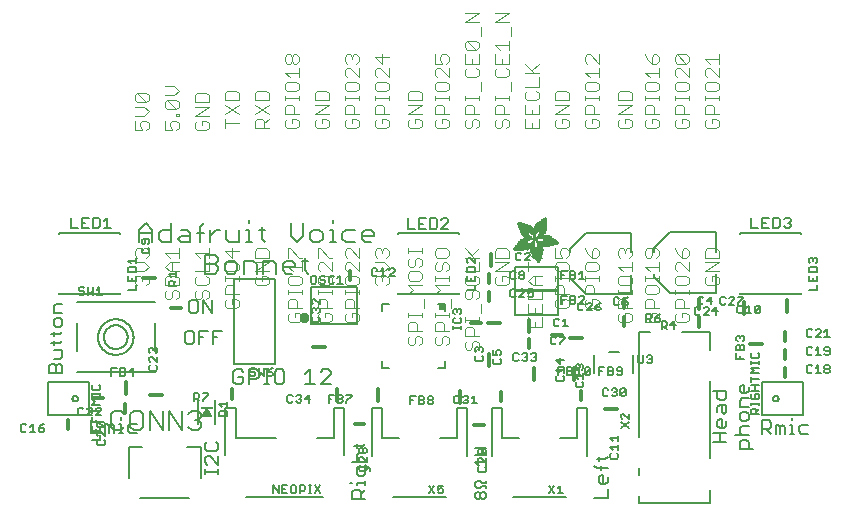
<source format=gbr>
G04 EAGLE Gerber RS-274X export*
G75*
%MOMM*%
%FSLAX34Y34*%
%LPD*%
%INSilkscreen Top*%
%IPPOS*%
%AMOC8*
5,1,8,0,0,1.08239X$1,22.5*%
G01*
%ADD10C,0.177800*%
%ADD11C,0.152400*%
%ADD12C,0.127000*%
%ADD13C,0.203200*%
%ADD14C,0.101600*%
%ADD15C,0.304800*%
%ADD16R,0.500000X0.500000*%
%ADD17C,0.381000*%
%ADD18R,1.000000X0.200000*%
%ADD19R,0.006300X0.050800*%
%ADD20R,0.006400X0.082600*%
%ADD21R,0.006300X0.120600*%
%ADD22R,0.006400X0.139700*%
%ADD23R,0.006300X0.158800*%
%ADD24R,0.006400X0.177800*%
%ADD25R,0.006300X0.196800*%
%ADD26R,0.006400X0.215900*%
%ADD27R,0.006300X0.228600*%
%ADD28R,0.006400X0.241300*%
%ADD29R,0.006300X0.254000*%
%ADD30R,0.006400X0.266700*%
%ADD31R,0.006300X0.279400*%
%ADD32R,0.006400X0.285700*%
%ADD33R,0.006300X0.298400*%
%ADD34R,0.006400X0.311200*%
%ADD35R,0.006300X0.317500*%
%ADD36R,0.006400X0.330200*%
%ADD37R,0.006300X0.336600*%
%ADD38R,0.006400X0.349200*%
%ADD39R,0.006300X0.361900*%
%ADD40R,0.006400X0.368300*%
%ADD41R,0.006300X0.381000*%
%ADD42R,0.006400X0.387300*%
%ADD43R,0.006300X0.393700*%
%ADD44R,0.006400X0.406400*%
%ADD45R,0.006300X0.412700*%
%ADD46R,0.006400X0.419100*%
%ADD47R,0.006300X0.431800*%
%ADD48R,0.006400X0.438100*%
%ADD49R,0.006300X0.450800*%
%ADD50R,0.006400X0.457200*%
%ADD51R,0.006300X0.463500*%
%ADD52R,0.006400X0.476200*%
%ADD53R,0.006300X0.482600*%
%ADD54R,0.006400X0.488900*%
%ADD55R,0.006300X0.501600*%
%ADD56R,0.006400X0.508000*%
%ADD57R,0.006300X0.514300*%
%ADD58R,0.006400X0.527000*%
%ADD59R,0.006300X0.533400*%
%ADD60R,0.006400X0.546100*%
%ADD61R,0.006300X0.552400*%
%ADD62R,0.006400X0.558800*%
%ADD63R,0.006300X0.571500*%
%ADD64R,0.006400X0.577800*%
%ADD65R,0.006300X0.584200*%
%ADD66R,0.006400X0.596900*%
%ADD67R,0.006300X0.603200*%
%ADD68R,0.006400X0.609600*%
%ADD69R,0.006300X0.622300*%
%ADD70R,0.006400X0.628600*%
%ADD71R,0.006300X0.641300*%
%ADD72R,0.006400X0.647700*%
%ADD73R,0.006300X0.063500*%
%ADD74R,0.006300X0.654000*%
%ADD75R,0.006400X0.101600*%
%ADD76R,0.006400X0.666700*%
%ADD77R,0.006300X0.139700*%
%ADD78R,0.006300X0.673100*%
%ADD79R,0.006400X0.165100*%
%ADD80R,0.006400X0.679400*%
%ADD81R,0.006300X0.196900*%
%ADD82R,0.006300X0.692100*%
%ADD83R,0.006400X0.222200*%
%ADD84R,0.006400X0.698500*%
%ADD85R,0.006300X0.247700*%
%ADD86R,0.006300X0.704800*%
%ADD87R,0.006400X0.279400*%
%ADD88R,0.006400X0.717500*%
%ADD89R,0.006300X0.298500*%
%ADD90R,0.006300X0.723900*%
%ADD91R,0.006400X0.736600*%
%ADD92R,0.006300X0.342900*%
%ADD93R,0.006300X0.742900*%
%ADD94R,0.006400X0.374700*%
%ADD95R,0.006400X0.749300*%
%ADD96R,0.006300X0.762000*%
%ADD97R,0.006400X0.412700*%
%ADD98R,0.006400X0.768300*%
%ADD99R,0.006300X0.438100*%
%ADD100R,0.006300X0.774700*%
%ADD101R,0.006400X0.463600*%
%ADD102R,0.006400X0.787400*%
%ADD103R,0.006300X0.793700*%
%ADD104R,0.006400X0.495300*%
%ADD105R,0.006400X0.800100*%
%ADD106R,0.006300X0.520700*%
%ADD107R,0.006300X0.812800*%
%ADD108R,0.006400X0.533400*%
%ADD109R,0.006400X0.819100*%
%ADD110R,0.006300X0.558800*%
%ADD111R,0.006300X0.825500*%
%ADD112R,0.006400X0.577900*%
%ADD113R,0.006400X0.831800*%
%ADD114R,0.006300X0.596900*%
%ADD115R,0.006300X0.844500*%
%ADD116R,0.006400X0.616000*%
%ADD117R,0.006400X0.850900*%
%ADD118R,0.006300X0.635000*%
%ADD119R,0.006300X0.857200*%
%ADD120R,0.006400X0.654100*%
%ADD121R,0.006400X0.863600*%
%ADD122R,0.006300X0.666700*%
%ADD123R,0.006300X0.869900*%
%ADD124R,0.006400X0.685800*%
%ADD125R,0.006400X0.876300*%
%ADD126R,0.006300X0.882600*%
%ADD127R,0.006400X0.723900*%
%ADD128R,0.006400X0.889000*%
%ADD129R,0.006300X0.895300*%
%ADD130R,0.006400X0.755700*%
%ADD131R,0.006400X0.901700*%
%ADD132R,0.006300X0.908000*%
%ADD133R,0.006400X0.793800*%
%ADD134R,0.006400X0.914400*%
%ADD135R,0.006300X0.806400*%
%ADD136R,0.006300X0.920700*%
%ADD137R,0.006400X0.825500*%
%ADD138R,0.006400X0.927100*%
%ADD139R,0.006300X0.933400*%
%ADD140R,0.006400X0.857300*%
%ADD141R,0.006400X0.939800*%
%ADD142R,0.006300X0.870000*%
%ADD143R,0.006300X0.939800*%
%ADD144R,0.006400X0.946100*%
%ADD145R,0.006300X0.952500*%
%ADD146R,0.006400X0.908000*%
%ADD147R,0.006400X0.958800*%
%ADD148R,0.006300X0.965200*%
%ADD149R,0.006400X0.965200*%
%ADD150R,0.006300X0.971500*%
%ADD151R,0.006400X0.952500*%
%ADD152R,0.006400X0.977900*%
%ADD153R,0.006300X0.958800*%
%ADD154R,0.006300X0.984200*%
%ADD155R,0.006400X0.971500*%
%ADD156R,0.006400X0.984200*%
%ADD157R,0.006300X0.990600*%
%ADD158R,0.006400X0.984300*%
%ADD159R,0.006400X0.996900*%
%ADD160R,0.006300X0.997000*%
%ADD161R,0.006300X0.996900*%
%ADD162R,0.006400X1.003300*%
%ADD163R,0.006300X1.016000*%
%ADD164R,0.006300X1.009600*%
%ADD165R,0.006400X1.016000*%
%ADD166R,0.006400X1.009600*%
%ADD167R,0.006300X1.022300*%
%ADD168R,0.006400X1.028700*%
%ADD169R,0.006300X1.035100*%
%ADD170R,0.006400X1.047800*%
%ADD171R,0.006300X1.054100*%
%ADD172R,0.006300X1.028700*%
%ADD173R,0.006400X1.054100*%
%ADD174R,0.006400X1.035000*%
%ADD175R,0.006300X1.060400*%
%ADD176R,0.006300X1.035000*%
%ADD177R,0.006400X1.060500*%
%ADD178R,0.006400X1.041400*%
%ADD179R,0.006300X1.066800*%
%ADD180R,0.006300X1.041400*%
%ADD181R,0.006400X1.079500*%
%ADD182R,0.006400X1.047700*%
%ADD183R,0.006300X1.085900*%
%ADD184R,0.006300X1.047700*%
%ADD185R,0.006400X1.085800*%
%ADD186R,0.006300X1.092200*%
%ADD187R,0.006400X1.085900*%
%ADD188R,0.006300X1.098600*%
%ADD189R,0.006400X1.098600*%
%ADD190R,0.006400X1.060400*%
%ADD191R,0.006300X1.104900*%
%ADD192R,0.006400X1.104900*%
%ADD193R,0.006400X1.066800*%
%ADD194R,0.006300X1.111200*%
%ADD195R,0.006400X1.117600*%
%ADD196R,0.006300X1.117600*%
%ADD197R,0.006300X1.073100*%
%ADD198R,0.006400X1.073100*%
%ADD199R,0.006300X1.124000*%
%ADD200R,0.006300X1.079500*%
%ADD201R,0.006400X1.123900*%
%ADD202R,0.006300X1.130300*%
%ADD203R,0.006400X1.130300*%
%ADD204R,0.006400X1.136700*%
%ADD205R,0.006300X1.136700*%
%ADD206R,0.006300X1.085800*%
%ADD207R,0.006400X1.136600*%
%ADD208R,0.006300X1.136600*%
%ADD209R,0.006400X1.143000*%
%ADD210R,0.006300X1.143000*%
%ADD211R,0.006300X1.149400*%
%ADD212R,0.006300X1.149300*%
%ADD213R,0.006400X1.149300*%
%ADD214R,0.006400X1.149400*%
%ADD215R,0.006400X1.155700*%
%ADD216R,0.006300X1.155700*%
%ADD217R,0.006300X1.060500*%
%ADD218R,0.006400X2.197100*%
%ADD219R,0.006300X2.197100*%
%ADD220R,0.006300X2.184400*%
%ADD221R,0.006400X2.184400*%
%ADD222R,0.006400X2.171700*%
%ADD223R,0.006300X2.171700*%
%ADD224R,0.006400X1.530300*%
%ADD225R,0.006300X1.505000*%
%ADD226R,0.006400X1.492300*%
%ADD227R,0.006300X1.485900*%
%ADD228R,0.006300X0.565200*%
%ADD229R,0.006400X1.473200*%
%ADD230R,0.006400X0.565200*%
%ADD231R,0.006300X1.460500*%
%ADD232R,0.006400X1.454100*%
%ADD233R,0.006400X0.552400*%
%ADD234R,0.006300X1.441500*%
%ADD235R,0.006300X0.546100*%
%ADD236R,0.006400X1.435100*%
%ADD237R,0.006400X0.539800*%
%ADD238R,0.006300X1.428800*%
%ADD239R,0.006400X1.422400*%
%ADD240R,0.006300X1.409700*%
%ADD241R,0.006300X0.527100*%
%ADD242R,0.006400X1.403300*%
%ADD243R,0.006400X0.527100*%
%ADD244R,0.006300X1.390700*%
%ADD245R,0.006400X1.384300*%
%ADD246R,0.006400X0.520700*%
%ADD247R,0.006300X1.384300*%
%ADD248R,0.006300X0.514400*%
%ADD249R,0.006400X1.371600*%
%ADD250R,0.006300X1.365200*%
%ADD251R,0.006300X0.508000*%
%ADD252R,0.006400X1.352600*%
%ADD253R,0.006400X0.501700*%
%ADD254R,0.006300X0.711200*%
%ADD255R,0.006300X0.603300*%
%ADD256R,0.006300X0.501700*%
%ADD257R,0.006400X0.692100*%
%ADD258R,0.006400X0.571500*%
%ADD259R,0.006300X0.679400*%
%ADD260R,0.006300X0.495300*%
%ADD261R,0.006400X0.673100*%
%ADD262R,0.006300X0.666800*%
%ADD263R,0.006300X0.488900*%
%ADD264R,0.006400X0.660400*%
%ADD265R,0.006400X0.482600*%
%ADD266R,0.006300X0.476200*%
%ADD267R,0.006400X0.654000*%
%ADD268R,0.006400X0.469900*%
%ADD269R,0.006400X0.476300*%
%ADD270R,0.006300X0.647700*%
%ADD271R,0.006300X0.457200*%
%ADD272R,0.006300X0.469900*%
%ADD273R,0.006400X0.641300*%
%ADD274R,0.006400X0.444500*%
%ADD275R,0.006300X0.463600*%
%ADD276R,0.006400X0.635000*%
%ADD277R,0.006400X0.463500*%
%ADD278R,0.006400X0.393700*%
%ADD279R,0.006400X0.450800*%
%ADD280R,0.006300X0.628600*%
%ADD281R,0.006300X0.387400*%
%ADD282R,0.006300X0.450900*%
%ADD283R,0.006400X0.628700*%
%ADD284R,0.006400X0.374600*%
%ADD285R,0.006300X0.368300*%
%ADD286R,0.006300X0.438200*%
%ADD287R,0.006400X0.622300*%
%ADD288R,0.006400X0.355600*%
%ADD289R,0.006400X0.431800*%
%ADD290R,0.006300X0.349300*%
%ADD291R,0.006300X0.425400*%
%ADD292R,0.006300X0.615900*%
%ADD293R,0.006300X0.330200*%
%ADD294R,0.006300X0.419100*%
%ADD295R,0.006300X0.616000*%
%ADD296R,0.006300X0.311200*%
%ADD297R,0.006300X0.406400*%
%ADD298R,0.006400X0.615900*%
%ADD299R,0.006400X0.304800*%
%ADD300R,0.006400X0.158800*%
%ADD301R,0.006300X0.609600*%
%ADD302R,0.006300X0.292100*%
%ADD303R,0.006300X0.235000*%
%ADD304R,0.006400X0.387400*%
%ADD305R,0.006400X0.292100*%
%ADD306R,0.006300X0.336500*%
%ADD307R,0.006300X0.260400*%
%ADD308R,0.006400X0.603300*%
%ADD309R,0.006400X0.260400*%
%ADD310R,0.006400X0.362000*%
%ADD311R,0.006400X0.450900*%
%ADD312R,0.006300X0.355600*%
%ADD313R,0.006400X0.342900*%
%ADD314R,0.006400X0.514300*%
%ADD315R,0.006300X0.234900*%
%ADD316R,0.006300X0.539700*%
%ADD317R,0.006400X0.603200*%
%ADD318R,0.006400X0.234900*%
%ADD319R,0.006400X0.920700*%
%ADD320R,0.006400X0.958900*%
%ADD321R,0.006300X0.215900*%
%ADD322R,0.006400X0.209600*%
%ADD323R,0.006300X0.203200*%
%ADD324R,0.006300X1.003300*%
%ADD325R,0.006400X0.203200*%
%ADD326R,0.006400X0.196900*%
%ADD327R,0.006300X0.190500*%
%ADD328R,0.006400X0.190500*%
%ADD329R,0.006300X0.184200*%
%ADD330R,0.006400X0.590500*%
%ADD331R,0.006400X0.184200*%
%ADD332R,0.006300X0.590500*%
%ADD333R,0.006300X0.177800*%
%ADD334R,0.006400X0.584200*%
%ADD335R,0.006400X1.168400*%
%ADD336R,0.006300X0.171500*%
%ADD337R,0.006300X1.187500*%
%ADD338R,0.006400X1.200100*%
%ADD339R,0.006300X0.577800*%
%ADD340R,0.006300X1.212900*%
%ADD341R,0.006400X1.231900*%
%ADD342R,0.006300X1.250900*%
%ADD343R,0.006400X0.565100*%
%ADD344R,0.006400X0.184100*%
%ADD345R,0.006400X1.263700*%
%ADD346R,0.006300X0.565100*%
%ADD347R,0.006300X1.289100*%
%ADD348R,0.006400X1.314400*%
%ADD349R,0.006300X0.552500*%
%ADD350R,0.006300X1.568500*%
%ADD351R,0.006400X0.552500*%
%ADD352R,0.006400X1.581200*%
%ADD353R,0.006300X1.593800*%
%ADD354R,0.006400X1.606500*%
%ADD355R,0.006300X1.619300*%
%ADD356R,0.006400X0.514400*%
%ADD357R,0.006400X1.638300*%
%ADD358R,0.006300X1.657300*%
%ADD359R,0.006400X2.209800*%
%ADD360R,0.006300X2.425700*%
%ADD361R,0.006400X2.470100*%
%ADD362R,0.006300X2.501900*%
%ADD363R,0.006400X2.533700*%
%ADD364R,0.006300X2.559000*%
%ADD365R,0.006400X2.584500*%
%ADD366R,0.006300X2.609900*%
%ADD367R,0.006400X2.628900*%
%ADD368R,0.006300X2.660600*%
%ADD369R,0.006400X2.673400*%
%ADD370R,0.006300X1.422400*%
%ADD371R,0.006300X1.200200*%
%ADD372R,0.006300X1.365300*%
%ADD373R,0.006400X1.365300*%
%ADD374R,0.006300X1.352500*%
%ADD375R,0.006300X1.098500*%
%ADD376R,0.006400X1.358900*%
%ADD377R,0.006300X1.352600*%
%ADD378R,0.006300X1.358900*%
%ADD379R,0.006300X1.371600*%
%ADD380R,0.006400X1.377900*%
%ADD381R,0.006400X1.397000*%
%ADD382R,0.006300X1.403300*%
%ADD383R,0.006300X0.914400*%
%ADD384R,0.006300X0.876300*%
%ADD385R,0.006300X0.374600*%
%ADD386R,0.006400X1.073200*%
%ADD387R,0.006300X0.374700*%
%ADD388R,0.006400X0.844600*%
%ADD389R,0.006300X0.844600*%
%ADD390R,0.006400X0.831900*%
%ADD391R,0.006400X1.092200*%
%ADD392R,0.006300X0.400000*%
%ADD393R,0.006400X0.819200*%
%ADD394R,0.006400X1.111300*%
%ADD395R,0.006400X0.812800*%
%ADD396R,0.006300X0.800100*%
%ADD397R,0.006300X0.476300*%
%ADD398R,0.006300X1.181100*%
%ADD399R,0.006400X0.501600*%
%ADD400R,0.006400X1.193800*%
%ADD401R,0.006400X0.781000*%
%ADD402R,0.006400X1.238200*%
%ADD403R,0.006300X0.781100*%
%ADD404R,0.006300X1.257300*%
%ADD405R,0.006400X1.295400*%
%ADD406R,0.006300X1.333500*%
%ADD407R,0.006400X0.774700*%
%ADD408R,0.006400X1.866900*%
%ADD409R,0.006300X0.209600*%
%ADD410R,0.006300X1.866900*%
%ADD411R,0.006400X0.768400*%
%ADD412R,0.006400X0.209500*%
%ADD413R,0.006400X1.860600*%
%ADD414R,0.006400X0.762000*%
%ADD415R,0.006300X0.768400*%
%ADD416R,0.006300X1.860600*%
%ADD417R,0.006400X1.860500*%
%ADD418R,0.006300X0.222300*%
%ADD419R,0.006300X1.854200*%
%ADD420R,0.006400X0.235000*%
%ADD421R,0.006400X1.854200*%
%ADD422R,0.006300X0.768300*%
%ADD423R,0.006400X0.260300*%
%ADD424R,0.006400X1.847800*%
%ADD425R,0.006300X0.266700*%
%ADD426R,0.006300X1.847800*%
%ADD427R,0.006400X0.273100*%
%ADD428R,0.006400X1.841500*%
%ADD429R,0.006300X0.285800*%
%ADD430R,0.006300X1.841500*%
%ADD431R,0.006400X0.298500*%
%ADD432R,0.006400X1.835100*%
%ADD433R,0.006300X0.781000*%
%ADD434R,0.006300X0.304800*%
%ADD435R,0.006300X1.835100*%
%ADD436R,0.006400X0.317500*%
%ADD437R,0.006400X1.828800*%
%ADD438R,0.006300X0.787400*%
%ADD439R,0.006300X0.323800*%
%ADD440R,0.006300X1.828800*%
%ADD441R,0.006400X0.793700*%
%ADD442R,0.006400X1.822400*%
%ADD443R,0.006300X0.806500*%
%ADD444R,0.006300X1.822400*%
%ADD445R,0.006400X1.816100*%
%ADD446R,0.006300X0.819100*%
%ADD447R,0.006300X0.387300*%
%ADD448R,0.006300X1.816100*%
%ADD449R,0.006400X1.809800*%
%ADD450R,0.006300X1.803400*%
%ADD451R,0.006400X1.797000*%
%ADD452R,0.006300X0.901700*%
%ADD453R,0.006300X1.797000*%
%ADD454R,0.006400X1.441400*%
%ADD455R,0.006400X1.790700*%
%ADD456R,0.006300X1.447800*%
%ADD457R,0.006300X1.784300*%
%ADD458R,0.006400X1.447800*%
%ADD459R,0.006400X1.784300*%
%ADD460R,0.006300X1.454100*%
%ADD461R,0.006300X1.771700*%
%ADD462R,0.006400X1.460500*%
%ADD463R,0.006400X1.759000*%
%ADD464R,0.006300X1.466800*%
%ADD465R,0.006300X1.752600*%
%ADD466R,0.006400X1.466800*%
%ADD467R,0.006400X1.739900*%
%ADD468R,0.006300X1.473200*%
%ADD469R,0.006300X1.727200*%
%ADD470R,0.006400X1.479500*%
%ADD471R,0.006400X1.714500*%
%ADD472R,0.006300X1.695400*%
%ADD473R,0.006400X1.485900*%
%ADD474R,0.006400X1.682700*%
%ADD475R,0.006300X1.492200*%
%ADD476R,0.006300X1.663700*%
%ADD477R,0.006400X1.498600*%
%ADD478R,0.006400X1.644600*%
%ADD479R,0.006300X1.498600*%
%ADD480R,0.006300X1.619200*%
%ADD481R,0.006400X1.511300*%
%ADD482R,0.006400X1.600200*%
%ADD483R,0.006300X1.517700*%
%ADD484R,0.006300X1.574800*%
%ADD485R,0.006400X1.524000*%
%ADD486R,0.006400X1.555800*%
%ADD487R,0.006300X1.524000*%
%ADD488R,0.006300X1.536700*%
%ADD489R,0.006400X1.530400*%
%ADD490R,0.006400X1.517700*%
%ADD491R,0.006300X1.492300*%
%ADD492R,0.006400X1.549400*%
%ADD493R,0.006400X1.479600*%
%ADD494R,0.006300X1.549400*%
%ADD495R,0.006400X1.555700*%
%ADD496R,0.006300X1.562100*%
%ADD497R,0.006300X0.323900*%
%ADD498R,0.006400X1.568400*%
%ADD499R,0.006400X0.336600*%
%ADD500R,0.006300X1.587500*%
%ADD501R,0.006300X0.971600*%
%ADD502R,0.006400X0.349300*%
%ADD503R,0.006300X1.600200*%
%ADD504R,0.006300X0.920800*%
%ADD505R,0.006400X0.882700*%
%ADD506R,0.006300X1.612900*%
%ADD507R,0.006300X0.362000*%
%ADD508R,0.006400X1.625600*%
%ADD509R,0.006300X1.625600*%
%ADD510R,0.006300X1.644600*%
%ADD511R,0.006300X0.736600*%
%ADD512R,0.006400X0.717600*%
%ADD513R,0.006300X1.657400*%
%ADD514R,0.006300X0.679500*%
%ADD515R,0.006400X1.663700*%
%ADD516R,0.006400X0.400000*%
%ADD517R,0.006300X1.676400*%
%ADD518R,0.006400X1.676400*%
%ADD519R,0.006400X0.425500*%
%ADD520R,0.006400X1.352500*%
%ADD521R,0.006300X0.444500*%
%ADD522R,0.006400X0.361900*%
%ADD523R,0.006300X0.088900*%
%ADD524R,0.006300X1.009700*%
%ADD525R,0.006400X1.009700*%
%ADD526R,0.006400X1.022300*%
%ADD527R,0.006400X1.346200*%
%ADD528R,0.006300X1.346200*%
%ADD529R,0.006400X1.339900*%
%ADD530R,0.006400X1.035100*%
%ADD531R,0.006300X1.339800*%
%ADD532R,0.006400X1.333500*%
%ADD533R,0.006400X1.327200*%
%ADD534R,0.006300X1.320800*%
%ADD535R,0.006400X1.314500*%
%ADD536R,0.006300X1.314400*%
%ADD537R,0.006400X1.301700*%
%ADD538R,0.006300X1.295400*%
%ADD539R,0.006400X1.289000*%
%ADD540R,0.006300X1.276300*%
%ADD541R,0.006300X1.251000*%
%ADD542R,0.006400X1.244600*%
%ADD543R,0.006300X1.231900*%
%ADD544R,0.006400X1.212800*%
%ADD545R,0.006300X1.200100*%
%ADD546R,0.006400X1.187400*%
%ADD547R,0.006300X1.168400*%
%ADD548R,0.006300X1.047800*%
%ADD549R,0.006300X0.977900*%
%ADD550R,0.006400X0.946200*%
%ADD551R,0.006400X0.933400*%
%ADD552R,0.006400X0.895300*%
%ADD553R,0.006300X0.882700*%
%ADD554R,0.006300X0.863600*%
%ADD555R,0.006400X0.857200*%
%ADD556R,0.006300X0.850900*%
%ADD557R,0.006300X0.838200*%
%ADD558R,0.006400X0.806500*%
%ADD559R,0.006300X0.717600*%
%ADD560R,0.006400X0.711200*%
%ADD561R,0.006400X0.641400*%
%ADD562R,0.006300X0.641400*%
%ADD563R,0.006300X0.628700*%
%ADD564R,0.006300X0.590600*%
%ADD565R,0.006400X0.539700*%
%ADD566R,0.006300X0.285700*%
%ADD567R,0.006300X0.222200*%
%ADD568R,0.006300X0.171400*%
%ADD569R,0.006400X0.152400*%
%ADD570R,0.006300X0.133400*%

G36*
X139231Y74465D02*
X139231Y74465D01*
X139303Y74465D01*
X139371Y74485D01*
X139442Y74495D01*
X139507Y74524D01*
X139576Y74544D01*
X139636Y74582D01*
X139701Y74611D01*
X139756Y74657D01*
X139816Y74695D01*
X139864Y74749D01*
X139918Y74795D01*
X139958Y74854D01*
X140005Y74908D01*
X140036Y74972D01*
X140076Y75031D01*
X140097Y75100D01*
X140128Y75164D01*
X140140Y75234D01*
X140161Y75302D01*
X140163Y75374D01*
X140175Y75445D01*
X140167Y75515D01*
X140169Y75586D01*
X140150Y75656D01*
X140142Y75727D01*
X140117Y75782D01*
X140097Y75861D01*
X140036Y75964D01*
X140005Y76033D01*
X138005Y79033D01*
X137928Y79120D01*
X137855Y79210D01*
X137833Y79225D01*
X137815Y79245D01*
X137718Y79307D01*
X137623Y79374D01*
X137597Y79382D01*
X137575Y79397D01*
X137464Y79429D01*
X137354Y79467D01*
X137327Y79468D01*
X137302Y79475D01*
X137186Y79475D01*
X137070Y79481D01*
X137044Y79475D01*
X137017Y79475D01*
X136906Y79443D01*
X136793Y79417D01*
X136770Y79404D01*
X136744Y79396D01*
X136646Y79334D01*
X136545Y79278D01*
X136529Y79260D01*
X136504Y79245D01*
X136319Y79037D01*
X136315Y79033D01*
X134315Y76033D01*
X134284Y75969D01*
X134245Y75909D01*
X134223Y75841D01*
X134192Y75777D01*
X134180Y75706D01*
X134159Y75638D01*
X134157Y75567D01*
X134145Y75497D01*
X134153Y75425D01*
X134151Y75354D01*
X134169Y75285D01*
X134178Y75214D01*
X134205Y75148D01*
X134223Y75079D01*
X134260Y75018D01*
X134287Y74952D01*
X134332Y74896D01*
X134369Y74834D01*
X134420Y74785D01*
X134465Y74730D01*
X134524Y74689D01*
X134576Y74640D01*
X134639Y74607D01*
X134697Y74566D01*
X134765Y74543D01*
X134829Y74510D01*
X134888Y74500D01*
X134966Y74473D01*
X135085Y74467D01*
X135160Y74455D01*
X139160Y74455D01*
X139231Y74465D01*
G37*
D10*
X127991Y172145D02*
X124347Y172145D01*
X122525Y170323D01*
X122525Y163036D01*
X124347Y161214D01*
X127991Y161214D01*
X129813Y163036D01*
X129813Y170323D01*
X127991Y172145D01*
X134219Y172145D02*
X134219Y161214D01*
X141507Y161214D02*
X134219Y172145D01*
X141507Y172145D02*
X141507Y161214D01*
D11*
X39497Y71003D02*
X39497Y59817D01*
X46954Y59817D01*
X51191Y59817D02*
X51191Y67274D01*
X53055Y67274D01*
X54919Y65410D01*
X54919Y59817D01*
X54919Y65410D02*
X56784Y67274D01*
X58648Y65410D01*
X58648Y59817D01*
X62885Y67274D02*
X64749Y67274D01*
X64749Y59817D01*
X62885Y59817D02*
X66613Y59817D01*
X64749Y71003D02*
X64749Y72867D01*
X72545Y67274D02*
X78138Y67274D01*
X72545Y67274D02*
X70681Y65410D01*
X70681Y61681D01*
X72545Y59817D01*
X78138Y59817D01*
X607489Y59182D02*
X607489Y70368D01*
X613082Y70368D01*
X614946Y68503D01*
X614946Y64775D01*
X613082Y62911D01*
X607489Y62911D01*
X611218Y62911D02*
X614946Y59182D01*
X619183Y59182D02*
X619183Y66639D01*
X621047Y66639D01*
X622912Y64775D01*
X622912Y59182D01*
X622912Y64775D02*
X624776Y66639D01*
X626640Y64775D01*
X626640Y59182D01*
X630877Y66639D02*
X632741Y66639D01*
X632741Y59182D01*
X630877Y59182D02*
X634605Y59182D01*
X632741Y70368D02*
X632741Y72232D01*
X640537Y66639D02*
X646130Y66639D01*
X640537Y66639D02*
X638673Y64775D01*
X638673Y61046D01*
X640537Y59182D01*
X646130Y59182D01*
D12*
X365965Y3917D02*
X364482Y5400D01*
X364482Y8366D01*
X365965Y9849D01*
X367448Y9849D01*
X368931Y8366D01*
X370414Y9849D01*
X371897Y9849D01*
X373380Y8366D01*
X373380Y5400D01*
X371897Y3917D01*
X370414Y3917D01*
X368931Y5400D01*
X367448Y3917D01*
X365965Y3917D01*
X368931Y5400D02*
X368931Y8366D01*
X373380Y13272D02*
X373380Y14755D01*
X370414Y14755D01*
X368931Y13272D01*
X365965Y13272D01*
X364482Y14755D01*
X364482Y17721D01*
X365965Y19204D01*
X368931Y19204D01*
X370414Y17721D01*
X373380Y17721D01*
X373380Y19204D01*
X367448Y31983D02*
X364482Y34948D01*
X373380Y34948D01*
X373380Y31983D02*
X373380Y37914D01*
X373380Y41338D02*
X364482Y41338D01*
X370414Y44304D02*
X373380Y41338D01*
X370414Y44304D02*
X373380Y47270D01*
X364482Y47270D01*
D11*
X147193Y28904D02*
X147193Y25175D01*
X147193Y27039D02*
X136007Y27039D01*
X136007Y25175D02*
X136007Y28904D01*
X147193Y32971D02*
X147193Y40428D01*
X147193Y32971D02*
X139736Y40428D01*
X137872Y40428D01*
X136007Y38564D01*
X136007Y34835D01*
X137872Y32971D01*
X136007Y50258D02*
X137872Y52122D01*
X136007Y50258D02*
X136007Y46529D01*
X137872Y44665D01*
X145329Y44665D01*
X147193Y46529D01*
X147193Y50258D01*
X145329Y52122D01*
X565902Y52304D02*
X577088Y52304D01*
X571495Y52304D02*
X571495Y59761D01*
X565902Y59761D02*
X577088Y59761D01*
X577088Y65862D02*
X577088Y69591D01*
X577088Y65862D02*
X575224Y63998D01*
X571495Y63998D01*
X569631Y65862D01*
X569631Y69591D01*
X571495Y71455D01*
X573360Y71455D01*
X573360Y63998D01*
X569631Y77556D02*
X569631Y81285D01*
X571495Y83149D01*
X577088Y83149D01*
X577088Y77556D01*
X575224Y75692D01*
X573360Y77556D01*
X573360Y83149D01*
X577088Y94843D02*
X565902Y94843D01*
X577088Y94843D02*
X577088Y89250D01*
X575224Y87386D01*
X571495Y87386D01*
X569631Y89250D01*
X569631Y94843D01*
X588681Y46457D02*
X599867Y46457D01*
X588681Y46457D02*
X588681Y52050D01*
X590545Y53914D01*
X594274Y53914D01*
X596138Y52050D01*
X596138Y46457D01*
X596138Y58151D02*
X584952Y58151D01*
X588681Y60015D02*
X590545Y58151D01*
X588681Y60015D02*
X588681Y63744D01*
X590545Y65608D01*
X596138Y65608D01*
X596138Y71709D02*
X596138Y75438D01*
X594274Y77302D01*
X590545Y77302D01*
X588681Y75438D01*
X588681Y71709D01*
X590545Y69845D01*
X594274Y69845D01*
X596138Y71709D01*
X596138Y81539D02*
X588681Y81539D01*
X588681Y87132D01*
X590545Y88996D01*
X596138Y88996D01*
X596138Y95097D02*
X596138Y98826D01*
X596138Y95097D02*
X594274Y93233D01*
X590545Y93233D01*
X588681Y95097D01*
X588681Y98826D01*
X590545Y100690D01*
X592410Y100690D01*
X592410Y93233D01*
X15113Y110548D02*
X3927Y110548D01*
X3927Y116141D01*
X5792Y118005D01*
X7656Y118005D01*
X9520Y116141D01*
X11385Y118005D01*
X13249Y118005D01*
X15113Y116141D01*
X15113Y110548D01*
X9520Y110548D02*
X9520Y116141D01*
X7656Y122242D02*
X13249Y122242D01*
X15113Y124106D01*
X15113Y129699D01*
X7656Y129699D01*
X5792Y135800D02*
X13249Y135800D01*
X15113Y137664D01*
X7656Y137664D02*
X7656Y133936D01*
X5792Y143596D02*
X13249Y143596D01*
X15113Y145460D01*
X7656Y145460D02*
X7656Y141732D01*
X15113Y151392D02*
X15113Y155121D01*
X13249Y156985D01*
X9520Y156985D01*
X7656Y155121D01*
X7656Y151392D01*
X9520Y149528D01*
X13249Y149528D01*
X15113Y151392D01*
X15113Y161222D02*
X7656Y161222D01*
X7656Y166815D01*
X9520Y168679D01*
X15113Y168679D01*
X465572Y4767D02*
X476758Y4767D01*
X476758Y12224D01*
X476758Y18325D02*
X476758Y22054D01*
X476758Y18325D02*
X474894Y16461D01*
X471165Y16461D01*
X469301Y18325D01*
X469301Y22054D01*
X471165Y23918D01*
X473030Y23918D01*
X473030Y16461D01*
X476758Y30019D02*
X467437Y30019D01*
X465572Y31883D01*
X471165Y31883D02*
X471165Y28155D01*
X467437Y37815D02*
X474894Y37815D01*
X476758Y39679D01*
X469301Y39679D02*
X469301Y35951D01*
X271653Y4000D02*
X260467Y4000D01*
X260467Y9593D01*
X262332Y11457D01*
X266060Y11457D01*
X267925Y9593D01*
X267925Y4000D01*
X267925Y7729D02*
X271653Y11457D01*
X264196Y15694D02*
X264196Y17558D01*
X271653Y17558D01*
X271653Y15694D02*
X271653Y19423D01*
X260467Y17558D02*
X258603Y17558D01*
X275382Y27218D02*
X275382Y29083D01*
X273517Y30947D01*
X264196Y30947D01*
X264196Y25354D01*
X266060Y23490D01*
X269789Y23490D01*
X271653Y25354D01*
X271653Y30947D01*
X271653Y35184D02*
X260467Y35184D01*
X264196Y37048D02*
X266060Y35184D01*
X264196Y37048D02*
X264196Y40777D01*
X266060Y42641D01*
X271653Y42641D01*
X269789Y48742D02*
X262332Y48742D01*
X269789Y48742D02*
X271653Y50606D01*
X264196Y50606D02*
X264196Y46878D01*
D10*
X124684Y146110D02*
X121040Y146110D01*
X119218Y144288D01*
X119218Y137001D01*
X121040Y135179D01*
X124684Y135179D01*
X126506Y137001D01*
X126506Y144288D01*
X124684Y146110D01*
X130912Y146110D02*
X130912Y135179D01*
X130912Y146110D02*
X138200Y146110D01*
X134556Y140645D02*
X130912Y140645D01*
X142606Y146110D02*
X142606Y135179D01*
X142606Y146110D02*
X149893Y146110D01*
X146250Y140645D02*
X142606Y140645D01*
X166025Y113549D02*
X168101Y111473D01*
X166025Y113549D02*
X161873Y113549D01*
X159796Y111473D01*
X159796Y103168D01*
X161873Y101092D01*
X166025Y101092D01*
X168101Y103168D01*
X168101Y107320D01*
X163949Y107320D01*
X172894Y101092D02*
X172894Y113549D01*
X179122Y113549D01*
X181198Y111473D01*
X181198Y107320D01*
X179122Y105244D01*
X172894Y105244D01*
X185991Y101092D02*
X190143Y101092D01*
X188067Y101092D02*
X188067Y113549D01*
X185991Y113549D02*
X190143Y113549D01*
X196799Y113549D02*
X200951Y113549D01*
X196799Y113549D02*
X194722Y111473D01*
X194722Y103168D01*
X196799Y101092D01*
X200951Y101092D01*
X203027Y103168D01*
X203027Y111473D01*
X200951Y113549D01*
X220917Y109396D02*
X225069Y113549D01*
X225069Y101092D01*
X220917Y101092D02*
X229221Y101092D01*
X234014Y101092D02*
X242319Y101092D01*
X242319Y109396D02*
X234014Y101092D01*
X242319Y109396D02*
X242319Y111473D01*
X240243Y113549D01*
X236090Y113549D01*
X234014Y111473D01*
D13*
X80304Y221361D02*
X80304Y231869D01*
X85557Y237122D01*
X90811Y231869D01*
X90811Y221361D01*
X90811Y229242D02*
X80304Y229242D01*
X107183Y237122D02*
X107183Y221361D01*
X99302Y221361D01*
X96675Y223988D01*
X96675Y229242D01*
X99302Y231869D01*
X107183Y231869D01*
X115674Y231869D02*
X120927Y231869D01*
X123554Y229242D01*
X123554Y221361D01*
X115674Y221361D01*
X113047Y223988D01*
X115674Y226615D01*
X123554Y226615D01*
X132045Y221361D02*
X132045Y234496D01*
X134672Y237122D01*
X134672Y229242D02*
X129418Y229242D01*
X140333Y231869D02*
X140333Y221361D01*
X140333Y226615D02*
X145586Y231869D01*
X148213Y231869D01*
X153976Y231869D02*
X153976Y223988D01*
X156603Y221361D01*
X164483Y221361D01*
X164483Y231869D01*
X170347Y231869D02*
X172974Y231869D01*
X172974Y221361D01*
X170347Y221361D02*
X175601Y221361D01*
X172974Y237122D02*
X172974Y239749D01*
X183888Y234496D02*
X183888Y223988D01*
X186515Y221361D01*
X186515Y231869D02*
X181262Y231869D01*
X208547Y237122D02*
X208547Y226615D01*
X213801Y221361D01*
X219055Y226615D01*
X219055Y237122D01*
X227546Y221361D02*
X232800Y221361D01*
X235427Y223988D01*
X235427Y229242D01*
X232800Y231869D01*
X227546Y231869D01*
X224919Y229242D01*
X224919Y223988D01*
X227546Y221361D01*
X241291Y231869D02*
X243918Y231869D01*
X243918Y221361D01*
X246544Y221361D02*
X241291Y221361D01*
X243918Y237122D02*
X243918Y239749D01*
X254832Y231869D02*
X262713Y231869D01*
X254832Y231869D02*
X252205Y229242D01*
X252205Y223988D01*
X254832Y221361D01*
X262713Y221361D01*
X271203Y221361D02*
X276457Y221361D01*
X271203Y221361D02*
X268577Y223988D01*
X268577Y229242D01*
X271203Y231869D01*
X276457Y231869D01*
X279084Y229242D01*
X279084Y226615D01*
X268577Y226615D01*
X136240Y210452D02*
X136240Y194691D01*
X136240Y210452D02*
X144121Y210452D01*
X146747Y207826D01*
X146747Y205199D01*
X144121Y202572D01*
X146747Y199945D01*
X146747Y197318D01*
X144121Y194691D01*
X136240Y194691D01*
X136240Y202572D02*
X144121Y202572D01*
X155238Y194691D02*
X160492Y194691D01*
X163119Y197318D01*
X163119Y202572D01*
X160492Y205199D01*
X155238Y205199D01*
X152611Y202572D01*
X152611Y197318D01*
X155238Y194691D01*
X168983Y194691D02*
X168983Y205199D01*
X176864Y205199D01*
X179491Y202572D01*
X179491Y194691D01*
X185355Y194691D02*
X185355Y205199D01*
X193235Y205199D01*
X195862Y202572D01*
X195862Y194691D01*
X204353Y194691D02*
X209607Y194691D01*
X204353Y194691D02*
X201726Y197318D01*
X201726Y202572D01*
X204353Y205199D01*
X209607Y205199D01*
X212234Y202572D01*
X212234Y199945D01*
X201726Y199945D01*
X220725Y197318D02*
X220725Y207826D01*
X220725Y197318D02*
X223351Y194691D01*
X223351Y205199D02*
X218098Y205199D01*
D12*
X22225Y233045D02*
X22225Y241943D01*
X22225Y233045D02*
X28157Y233045D01*
X31580Y241943D02*
X37512Y241943D01*
X31580Y241943D02*
X31580Y233045D01*
X37512Y233045D01*
X34546Y237494D02*
X31580Y237494D01*
X40935Y241943D02*
X40935Y233045D01*
X45384Y233045D01*
X46867Y234528D01*
X46867Y240460D01*
X45384Y241943D01*
X40935Y241943D01*
X50291Y238977D02*
X53256Y241943D01*
X53256Y233045D01*
X50291Y233045D02*
X56222Y233045D01*
X307975Y232410D02*
X307975Y241308D01*
X307975Y232410D02*
X313907Y232410D01*
X317330Y241308D02*
X323262Y241308D01*
X317330Y241308D02*
X317330Y232410D01*
X323262Y232410D01*
X320296Y236859D02*
X317330Y236859D01*
X326685Y241308D02*
X326685Y232410D01*
X331134Y232410D01*
X332617Y233893D01*
X332617Y239825D01*
X331134Y241308D01*
X326685Y241308D01*
X336041Y232410D02*
X341972Y232410D01*
X336041Y232410D02*
X341972Y238342D01*
X341972Y239825D01*
X340489Y241308D01*
X337523Y241308D01*
X336041Y239825D01*
X598170Y241943D02*
X598170Y233045D01*
X604102Y233045D01*
X607525Y241943D02*
X613457Y241943D01*
X607525Y241943D02*
X607525Y233045D01*
X613457Y233045D01*
X610491Y237494D02*
X607525Y237494D01*
X616880Y241943D02*
X616880Y233045D01*
X621329Y233045D01*
X622812Y234528D01*
X622812Y240460D01*
X621329Y241943D01*
X616880Y241943D01*
X626236Y240460D02*
X627718Y241943D01*
X630684Y241943D01*
X632167Y240460D01*
X632167Y238977D01*
X630684Y237494D01*
X629201Y237494D01*
X630684Y237494D02*
X632167Y236011D01*
X632167Y234528D01*
X630684Y233045D01*
X627718Y233045D01*
X626236Y234528D01*
D14*
X76574Y316362D02*
X76574Y324158D01*
X76574Y316362D02*
X82421Y316362D01*
X80472Y320260D01*
X80472Y322209D01*
X82421Y324158D01*
X86319Y324158D01*
X88268Y322209D01*
X88268Y318311D01*
X86319Y316362D01*
X84370Y328056D02*
X76574Y328056D01*
X84370Y328056D02*
X88268Y331954D01*
X84370Y335852D01*
X76574Y335852D01*
X78523Y339750D02*
X86319Y339750D01*
X78523Y339750D02*
X76574Y341699D01*
X76574Y345597D01*
X78523Y347546D01*
X86319Y347546D01*
X88268Y345597D01*
X88268Y341699D01*
X86319Y339750D01*
X78523Y347546D01*
X101974Y324158D02*
X101974Y316362D01*
X107821Y316362D01*
X105872Y320260D01*
X105872Y322209D01*
X107821Y324158D01*
X111719Y324158D01*
X113668Y322209D01*
X113668Y318311D01*
X111719Y316362D01*
X111719Y328056D02*
X113668Y328056D01*
X111719Y328056D02*
X111719Y330005D01*
X113668Y330005D01*
X113668Y328056D01*
X111719Y333903D02*
X103923Y333903D01*
X101974Y335852D01*
X101974Y339750D01*
X103923Y341699D01*
X111719Y341699D01*
X113668Y339750D01*
X113668Y335852D01*
X111719Y333903D01*
X103923Y341699D01*
X101974Y345597D02*
X109770Y345597D01*
X113668Y349495D01*
X109770Y353393D01*
X101974Y353393D01*
X129323Y324158D02*
X127374Y322209D01*
X127374Y318311D01*
X129323Y316362D01*
X137119Y316362D01*
X139068Y318311D01*
X139068Y322209D01*
X137119Y324158D01*
X133221Y324158D01*
X133221Y320260D01*
X139068Y328056D02*
X127374Y328056D01*
X139068Y335852D01*
X127374Y335852D01*
X127374Y339750D02*
X139068Y339750D01*
X139068Y345597D01*
X137119Y347546D01*
X129323Y347546D01*
X127374Y345597D01*
X127374Y339750D01*
X152774Y321784D02*
X164468Y321784D01*
X152774Y317886D02*
X152774Y325682D01*
X152774Y329580D02*
X164468Y337376D01*
X164468Y329580D02*
X152774Y337376D01*
X152774Y341274D02*
X164468Y341274D01*
X164468Y347121D01*
X162519Y349070D01*
X154723Y349070D01*
X152774Y347121D01*
X152774Y341274D01*
X178174Y317886D02*
X189868Y317886D01*
X178174Y317886D02*
X178174Y323733D01*
X180123Y325682D01*
X184021Y325682D01*
X185970Y323733D01*
X185970Y317886D01*
X185970Y321784D02*
X189868Y325682D01*
X189868Y337376D02*
X178174Y329580D01*
X178174Y337376D02*
X189868Y329580D01*
X189868Y341274D02*
X178174Y341274D01*
X189868Y341274D02*
X189868Y347121D01*
X187919Y349070D01*
X180123Y349070D01*
X178174Y347121D01*
X178174Y341274D01*
X203574Y323733D02*
X205523Y325682D01*
X203574Y323733D02*
X203574Y319835D01*
X205523Y317886D01*
X213319Y317886D01*
X215268Y319835D01*
X215268Y323733D01*
X213319Y325682D01*
X209421Y325682D01*
X209421Y321784D01*
X215268Y329580D02*
X203574Y329580D01*
X203574Y335427D01*
X205523Y337376D01*
X209421Y337376D01*
X211370Y335427D01*
X211370Y329580D01*
X215268Y341274D02*
X215268Y345172D01*
X215268Y343223D02*
X203574Y343223D01*
X203574Y341274D02*
X203574Y345172D01*
X203574Y351019D02*
X203574Y354917D01*
X203574Y351019D02*
X205523Y349070D01*
X213319Y349070D01*
X215268Y351019D01*
X215268Y354917D01*
X213319Y356866D01*
X205523Y356866D01*
X203574Y354917D01*
X207472Y360764D02*
X203574Y364662D01*
X215268Y364662D01*
X215268Y360764D02*
X215268Y368560D01*
X205523Y372458D02*
X203574Y374407D01*
X203574Y378305D01*
X205523Y380254D01*
X207472Y380254D01*
X209421Y378305D01*
X211370Y380254D01*
X213319Y380254D01*
X215268Y378305D01*
X215268Y374407D01*
X213319Y372458D01*
X211370Y372458D01*
X209421Y374407D01*
X207472Y372458D01*
X205523Y372458D01*
X209421Y374407D02*
X209421Y378305D01*
X230923Y325682D02*
X228974Y323733D01*
X228974Y319835D01*
X230923Y317886D01*
X238719Y317886D01*
X240668Y319835D01*
X240668Y323733D01*
X238719Y325682D01*
X234821Y325682D01*
X234821Y321784D01*
X240668Y329580D02*
X228974Y329580D01*
X240668Y337376D01*
X228974Y337376D01*
X228974Y341274D02*
X240668Y341274D01*
X240668Y347121D01*
X238719Y349070D01*
X230923Y349070D01*
X228974Y347121D01*
X228974Y341274D01*
X254374Y323733D02*
X256323Y325682D01*
X254374Y323733D02*
X254374Y319835D01*
X256323Y317886D01*
X264119Y317886D01*
X266068Y319835D01*
X266068Y323733D01*
X264119Y325682D01*
X260221Y325682D01*
X260221Y321784D01*
X266068Y329580D02*
X254374Y329580D01*
X254374Y335427D01*
X256323Y337376D01*
X260221Y337376D01*
X262170Y335427D01*
X262170Y329580D01*
X266068Y341274D02*
X266068Y345172D01*
X266068Y343223D02*
X254374Y343223D01*
X254374Y341274D02*
X254374Y345172D01*
X254374Y351019D02*
X254374Y354917D01*
X254374Y351019D02*
X256323Y349070D01*
X264119Y349070D01*
X266068Y351019D01*
X266068Y354917D01*
X264119Y356866D01*
X256323Y356866D01*
X254374Y354917D01*
X266068Y360764D02*
X266068Y368560D01*
X266068Y360764D02*
X258272Y368560D01*
X256323Y368560D01*
X254374Y366611D01*
X254374Y362713D01*
X256323Y360764D01*
X256323Y372458D02*
X254374Y374407D01*
X254374Y378305D01*
X256323Y380254D01*
X258272Y380254D01*
X260221Y378305D01*
X260221Y376356D01*
X260221Y378305D02*
X262170Y380254D01*
X264119Y380254D01*
X266068Y378305D01*
X266068Y374407D01*
X264119Y372458D01*
X281723Y325682D02*
X279774Y323733D01*
X279774Y319835D01*
X281723Y317886D01*
X289519Y317886D01*
X291468Y319835D01*
X291468Y323733D01*
X289519Y325682D01*
X285621Y325682D01*
X285621Y321784D01*
X291468Y329580D02*
X279774Y329580D01*
X279774Y335427D01*
X281723Y337376D01*
X285621Y337376D01*
X287570Y335427D01*
X287570Y329580D01*
X291468Y341274D02*
X291468Y345172D01*
X291468Y343223D02*
X279774Y343223D01*
X279774Y341274D02*
X279774Y345172D01*
X279774Y351019D02*
X279774Y354917D01*
X279774Y351019D02*
X281723Y349070D01*
X289519Y349070D01*
X291468Y351019D01*
X291468Y354917D01*
X289519Y356866D01*
X281723Y356866D01*
X279774Y354917D01*
X291468Y360764D02*
X291468Y368560D01*
X291468Y360764D02*
X283672Y368560D01*
X281723Y368560D01*
X279774Y366611D01*
X279774Y362713D01*
X281723Y360764D01*
X279774Y378305D02*
X291468Y378305D01*
X285621Y372458D02*
X279774Y378305D01*
X285621Y380254D02*
X285621Y372458D01*
X309663Y325682D02*
X307714Y323733D01*
X307714Y319835D01*
X309663Y317886D01*
X317459Y317886D01*
X319408Y319835D01*
X319408Y323733D01*
X317459Y325682D01*
X313561Y325682D01*
X313561Y321784D01*
X319408Y329580D02*
X307714Y329580D01*
X319408Y337376D01*
X307714Y337376D01*
X307714Y341274D02*
X319408Y341274D01*
X319408Y347121D01*
X317459Y349070D01*
X309663Y349070D01*
X307714Y347121D01*
X307714Y341274D01*
X330574Y323733D02*
X332523Y325682D01*
X330574Y323733D02*
X330574Y319835D01*
X332523Y317886D01*
X340319Y317886D01*
X342268Y319835D01*
X342268Y323733D01*
X340319Y325682D01*
X336421Y325682D01*
X336421Y321784D01*
X342268Y329580D02*
X330574Y329580D01*
X330574Y335427D01*
X332523Y337376D01*
X336421Y337376D01*
X338370Y335427D01*
X338370Y329580D01*
X342268Y341274D02*
X342268Y345172D01*
X342268Y343223D02*
X330574Y343223D01*
X330574Y341274D02*
X330574Y345172D01*
X330574Y351019D02*
X330574Y354917D01*
X330574Y351019D02*
X332523Y349070D01*
X340319Y349070D01*
X342268Y351019D01*
X342268Y354917D01*
X340319Y356866D01*
X332523Y356866D01*
X330574Y354917D01*
X342268Y360764D02*
X342268Y368560D01*
X342268Y360764D02*
X334472Y368560D01*
X332523Y368560D01*
X330574Y366611D01*
X330574Y362713D01*
X332523Y360764D01*
X330574Y372458D02*
X330574Y380254D01*
X330574Y372458D02*
X336421Y372458D01*
X334472Y376356D01*
X334472Y378305D01*
X336421Y380254D01*
X340319Y380254D01*
X342268Y378305D01*
X342268Y374407D01*
X340319Y372458D01*
X357923Y325682D02*
X355974Y323733D01*
X355974Y319835D01*
X357923Y317886D01*
X359872Y317886D01*
X361821Y319835D01*
X361821Y323733D01*
X363770Y325682D01*
X365719Y325682D01*
X367668Y323733D01*
X367668Y319835D01*
X365719Y317886D01*
X367668Y329580D02*
X355974Y329580D01*
X355974Y335427D01*
X357923Y337376D01*
X361821Y337376D01*
X363770Y335427D01*
X363770Y329580D01*
X367668Y341274D02*
X367668Y345172D01*
X367668Y343223D02*
X355974Y343223D01*
X355974Y341274D02*
X355974Y345172D01*
X369617Y349070D02*
X369617Y356866D01*
X357923Y368560D02*
X355974Y366611D01*
X355974Y362713D01*
X357923Y360764D01*
X365719Y360764D01*
X367668Y362713D01*
X367668Y366611D01*
X365719Y368560D01*
X355974Y372458D02*
X355974Y380254D01*
X355974Y372458D02*
X367668Y372458D01*
X367668Y380254D01*
X361821Y376356D02*
X361821Y372458D01*
X365719Y384152D02*
X357923Y384152D01*
X355974Y386101D01*
X355974Y389999D01*
X357923Y391948D01*
X365719Y391948D01*
X367668Y389999D01*
X367668Y386101D01*
X365719Y384152D01*
X357923Y391948D01*
X369617Y395846D02*
X369617Y403642D01*
X367668Y407540D02*
X355974Y407540D01*
X367668Y415336D01*
X355974Y415336D01*
X383323Y325682D02*
X381374Y323733D01*
X381374Y319835D01*
X383323Y317886D01*
X385272Y317886D01*
X387221Y319835D01*
X387221Y323733D01*
X389170Y325682D01*
X391119Y325682D01*
X393068Y323733D01*
X393068Y319835D01*
X391119Y317886D01*
X393068Y329580D02*
X381374Y329580D01*
X381374Y335427D01*
X383323Y337376D01*
X387221Y337376D01*
X389170Y335427D01*
X389170Y329580D01*
X393068Y341274D02*
X393068Y345172D01*
X393068Y343223D02*
X381374Y343223D01*
X381374Y341274D02*
X381374Y345172D01*
X395017Y349070D02*
X395017Y356866D01*
X383323Y368560D02*
X381374Y366611D01*
X381374Y362713D01*
X383323Y360764D01*
X391119Y360764D01*
X393068Y362713D01*
X393068Y366611D01*
X391119Y368560D01*
X381374Y372458D02*
X381374Y380254D01*
X381374Y372458D02*
X393068Y372458D01*
X393068Y380254D01*
X387221Y376356D02*
X387221Y372458D01*
X385272Y384152D02*
X381374Y388050D01*
X393068Y388050D01*
X393068Y384152D02*
X393068Y391948D01*
X395017Y395846D02*
X395017Y403642D01*
X393068Y407540D02*
X381374Y407540D01*
X393068Y415336D01*
X381374Y415336D01*
X78523Y184760D02*
X76574Y186709D01*
X76574Y190607D01*
X78523Y192556D01*
X80472Y192556D01*
X82421Y190607D01*
X82421Y188658D01*
X82421Y190607D02*
X84370Y192556D01*
X86319Y192556D01*
X88268Y190607D01*
X88268Y186709D01*
X86319Y184760D01*
X84370Y196454D02*
X76574Y196454D01*
X84370Y196454D02*
X88268Y200352D01*
X84370Y204250D01*
X76574Y204250D01*
X78523Y208148D02*
X76574Y210097D01*
X76574Y213995D01*
X78523Y215944D01*
X80472Y215944D01*
X82421Y213995D01*
X82421Y212046D01*
X82421Y213995D02*
X84370Y215944D01*
X86319Y215944D01*
X88268Y213995D01*
X88268Y210097D01*
X86319Y208148D01*
X103923Y180862D02*
X101974Y178913D01*
X101974Y175015D01*
X103923Y173066D01*
X105872Y173066D01*
X107821Y175015D01*
X107821Y178913D01*
X109770Y180862D01*
X111719Y180862D01*
X113668Y178913D01*
X113668Y175015D01*
X111719Y173066D01*
X113668Y184760D02*
X101974Y184760D01*
X113668Y184760D02*
X113668Y190607D01*
X111719Y192556D01*
X103923Y192556D01*
X101974Y190607D01*
X101974Y184760D01*
X105872Y196454D02*
X113668Y196454D01*
X105872Y196454D02*
X101974Y200352D01*
X105872Y204250D01*
X113668Y204250D01*
X107821Y204250D02*
X107821Y196454D01*
X105872Y208148D02*
X101974Y212046D01*
X113668Y212046D01*
X113668Y208148D02*
X113668Y215944D01*
X129323Y180862D02*
X127374Y178913D01*
X127374Y175015D01*
X129323Y173066D01*
X131272Y173066D01*
X133221Y175015D01*
X133221Y178913D01*
X135170Y180862D01*
X137119Y180862D01*
X139068Y178913D01*
X139068Y175015D01*
X137119Y173066D01*
X127374Y190607D02*
X129323Y192556D01*
X127374Y190607D02*
X127374Y186709D01*
X129323Y184760D01*
X137119Y184760D01*
X139068Y186709D01*
X139068Y190607D01*
X137119Y192556D01*
X139068Y196454D02*
X127374Y196454D01*
X139068Y196454D02*
X139068Y204250D01*
X131272Y208148D02*
X127374Y212046D01*
X139068Y212046D01*
X139068Y208148D02*
X139068Y215944D01*
X154723Y173066D02*
X152774Y171117D01*
X152774Y167219D01*
X154723Y165270D01*
X162519Y165270D01*
X164468Y167219D01*
X164468Y171117D01*
X162519Y173066D01*
X158621Y173066D01*
X158621Y169168D01*
X164468Y176964D02*
X152774Y176964D01*
X152774Y182811D01*
X154723Y184760D01*
X158621Y184760D01*
X160570Y182811D01*
X160570Y176964D01*
X164468Y188658D02*
X164468Y192556D01*
X164468Y190607D02*
X152774Y190607D01*
X152774Y188658D02*
X152774Y192556D01*
X152774Y198403D02*
X152774Y202301D01*
X152774Y198403D02*
X154723Y196454D01*
X162519Y196454D01*
X164468Y198403D01*
X164468Y202301D01*
X162519Y204250D01*
X154723Y204250D01*
X152774Y202301D01*
X152774Y213995D02*
X164468Y213995D01*
X158621Y208148D02*
X152774Y213995D01*
X158621Y215944D02*
X158621Y208148D01*
X178174Y190607D02*
X180123Y192556D01*
X178174Y190607D02*
X178174Y186709D01*
X180123Y184760D01*
X187919Y184760D01*
X189868Y186709D01*
X189868Y190607D01*
X187919Y192556D01*
X184021Y192556D01*
X184021Y188658D01*
X189868Y196454D02*
X178174Y196454D01*
X189868Y204250D01*
X178174Y204250D01*
X178174Y208148D02*
X189868Y208148D01*
X189868Y213995D01*
X187919Y215944D01*
X180123Y215944D01*
X178174Y213995D01*
X178174Y208148D01*
X208063Y161372D02*
X206114Y159423D01*
X206114Y155525D01*
X208063Y153576D01*
X215859Y153576D01*
X217808Y155525D01*
X217808Y159423D01*
X215859Y161372D01*
X211961Y161372D01*
X211961Y157474D01*
X217808Y165270D02*
X206114Y165270D01*
X206114Y171117D01*
X208063Y173066D01*
X211961Y173066D01*
X213910Y171117D01*
X213910Y165270D01*
X217808Y176964D02*
X217808Y180862D01*
X217808Y178913D02*
X206114Y178913D01*
X206114Y176964D02*
X206114Y180862D01*
X206114Y186709D02*
X206114Y190607D01*
X206114Y186709D02*
X208063Y184760D01*
X215859Y184760D01*
X217808Y186709D01*
X217808Y190607D01*
X215859Y192556D01*
X208063Y192556D01*
X206114Y190607D01*
X210012Y196454D02*
X206114Y200352D01*
X217808Y200352D01*
X217808Y196454D02*
X217808Y204250D01*
X206114Y208148D02*
X206114Y215944D01*
X208063Y215944D01*
X215859Y208148D01*
X217808Y208148D01*
X233463Y161372D02*
X231514Y159423D01*
X231514Y155525D01*
X233463Y153576D01*
X241259Y153576D01*
X243208Y155525D01*
X243208Y159423D01*
X241259Y161372D01*
X237361Y161372D01*
X237361Y157474D01*
X243208Y165270D02*
X231514Y165270D01*
X231514Y171117D01*
X233463Y173066D01*
X237361Y173066D01*
X239310Y171117D01*
X239310Y165270D01*
X243208Y176964D02*
X243208Y180862D01*
X243208Y178913D02*
X231514Y178913D01*
X231514Y176964D02*
X231514Y180862D01*
X231514Y186709D02*
X231514Y190607D01*
X231514Y186709D02*
X233463Y184760D01*
X241259Y184760D01*
X243208Y186709D01*
X243208Y190607D01*
X241259Y192556D01*
X233463Y192556D01*
X231514Y190607D01*
X243208Y196454D02*
X243208Y204250D01*
X243208Y196454D02*
X235412Y204250D01*
X233463Y204250D01*
X231514Y202301D01*
X231514Y198403D01*
X233463Y196454D01*
X231514Y208148D02*
X231514Y215944D01*
X233463Y215944D01*
X241259Y208148D01*
X243208Y208148D01*
X256323Y161372D02*
X254374Y159423D01*
X254374Y155525D01*
X256323Y153576D01*
X264119Y153576D01*
X266068Y155525D01*
X266068Y159423D01*
X264119Y161372D01*
X260221Y161372D01*
X260221Y157474D01*
X266068Y165270D02*
X254374Y165270D01*
X254374Y171117D01*
X256323Y173066D01*
X260221Y173066D01*
X262170Y171117D01*
X262170Y165270D01*
X266068Y176964D02*
X266068Y180862D01*
X266068Y178913D02*
X254374Y178913D01*
X254374Y176964D02*
X254374Y180862D01*
X254374Y186709D02*
X254374Y190607D01*
X254374Y186709D02*
X256323Y184760D01*
X264119Y184760D01*
X266068Y186709D01*
X266068Y190607D01*
X264119Y192556D01*
X256323Y192556D01*
X254374Y190607D01*
X266068Y196454D02*
X266068Y204250D01*
X266068Y196454D02*
X258272Y204250D01*
X256323Y204250D01*
X254374Y202301D01*
X254374Y198403D01*
X256323Y196454D01*
X266068Y208148D02*
X266068Y215944D01*
X266068Y208148D02*
X258272Y215944D01*
X256323Y215944D01*
X254374Y213995D01*
X254374Y210097D01*
X256323Y208148D01*
X279774Y186709D02*
X281723Y184760D01*
X279774Y186709D02*
X279774Y190607D01*
X281723Y192556D01*
X283672Y192556D01*
X285621Y190607D01*
X285621Y188658D01*
X285621Y190607D02*
X287570Y192556D01*
X289519Y192556D01*
X291468Y190607D01*
X291468Y186709D01*
X289519Y184760D01*
X287570Y196454D02*
X279774Y196454D01*
X287570Y196454D02*
X291468Y200352D01*
X287570Y204250D01*
X279774Y204250D01*
X281723Y208148D02*
X279774Y210097D01*
X279774Y213995D01*
X281723Y215944D01*
X283672Y215944D01*
X285621Y213995D01*
X285621Y212046D01*
X285621Y213995D02*
X287570Y215944D01*
X289519Y215944D01*
X291468Y213995D01*
X291468Y210097D01*
X289519Y208148D01*
X309663Y141882D02*
X307714Y139933D01*
X307714Y136035D01*
X309663Y134086D01*
X311612Y134086D01*
X313561Y136035D01*
X313561Y139933D01*
X315510Y141882D01*
X317459Y141882D01*
X319408Y139933D01*
X319408Y136035D01*
X317459Y134086D01*
X319408Y145780D02*
X307714Y145780D01*
X307714Y151627D01*
X309663Y153576D01*
X313561Y153576D01*
X315510Y151627D01*
X315510Y145780D01*
X319408Y157474D02*
X319408Y161372D01*
X319408Y159423D02*
X307714Y159423D01*
X307714Y157474D02*
X307714Y161372D01*
X321357Y165270D02*
X321357Y173066D01*
X319408Y176964D02*
X307714Y176964D01*
X311612Y180862D01*
X307714Y184760D01*
X319408Y184760D01*
X307714Y190607D02*
X307714Y194505D01*
X307714Y190607D02*
X309663Y188658D01*
X317459Y188658D01*
X319408Y190607D01*
X319408Y194505D01*
X317459Y196454D01*
X309663Y196454D01*
X307714Y194505D01*
X307714Y206199D02*
X309663Y208148D01*
X307714Y206199D02*
X307714Y202301D01*
X309663Y200352D01*
X311612Y200352D01*
X313561Y202301D01*
X313561Y206199D01*
X315510Y208148D01*
X317459Y208148D01*
X319408Y206199D01*
X319408Y202301D01*
X317459Y200352D01*
X319408Y212046D02*
X319408Y215944D01*
X319408Y213995D02*
X307714Y213995D01*
X307714Y212046D02*
X307714Y215944D01*
X332523Y141882D02*
X330574Y139933D01*
X330574Y136035D01*
X332523Y134086D01*
X334472Y134086D01*
X336421Y136035D01*
X336421Y139933D01*
X338370Y141882D01*
X340319Y141882D01*
X342268Y139933D01*
X342268Y136035D01*
X340319Y134086D01*
X342268Y145780D02*
X330574Y145780D01*
X330574Y151627D01*
X332523Y153576D01*
X336421Y153576D01*
X338370Y151627D01*
X338370Y145780D01*
X342268Y157474D02*
X342268Y161372D01*
X342268Y159423D02*
X330574Y159423D01*
X330574Y157474D02*
X330574Y161372D01*
X344217Y165270D02*
X344217Y173066D01*
X342268Y176964D02*
X330574Y176964D01*
X334472Y180862D01*
X330574Y184760D01*
X342268Y184760D01*
X342268Y188658D02*
X342268Y192556D01*
X342268Y190607D02*
X330574Y190607D01*
X330574Y188658D02*
X330574Y192556D01*
X330574Y202301D02*
X332523Y204250D01*
X330574Y202301D02*
X330574Y198403D01*
X332523Y196454D01*
X334472Y196454D01*
X336421Y198403D01*
X336421Y202301D01*
X338370Y204250D01*
X340319Y204250D01*
X342268Y202301D01*
X342268Y198403D01*
X340319Y196454D01*
X330574Y210097D02*
X330574Y213995D01*
X330574Y210097D02*
X332523Y208148D01*
X340319Y208148D01*
X342268Y210097D01*
X342268Y213995D01*
X340319Y215944D01*
X332523Y215944D01*
X330574Y213995D01*
X357923Y137984D02*
X355974Y136035D01*
X355974Y132137D01*
X357923Y130188D01*
X359872Y130188D01*
X361821Y132137D01*
X361821Y136035D01*
X363770Y137984D01*
X365719Y137984D01*
X367668Y136035D01*
X367668Y132137D01*
X365719Y130188D01*
X367668Y141882D02*
X355974Y141882D01*
X355974Y147729D01*
X357923Y149678D01*
X361821Y149678D01*
X363770Y147729D01*
X363770Y141882D01*
X367668Y153576D02*
X367668Y157474D01*
X367668Y155525D02*
X355974Y155525D01*
X355974Y153576D02*
X355974Y157474D01*
X369617Y161372D02*
X369617Y169168D01*
X357923Y180862D02*
X355974Y178913D01*
X355974Y175015D01*
X357923Y173066D01*
X359872Y173066D01*
X361821Y175015D01*
X361821Y178913D01*
X363770Y180862D01*
X365719Y180862D01*
X367668Y178913D01*
X367668Y175015D01*
X365719Y173066D01*
X355974Y190607D02*
X357923Y192556D01*
X355974Y190607D02*
X355974Y186709D01*
X357923Y184760D01*
X365719Y184760D01*
X367668Y186709D01*
X367668Y190607D01*
X365719Y192556D01*
X367668Y196454D02*
X355974Y196454D01*
X367668Y196454D02*
X367668Y204250D01*
X367668Y208148D02*
X355974Y208148D01*
X363770Y208148D02*
X355974Y215944D01*
X361821Y210097D02*
X367668Y215944D01*
X383323Y192556D02*
X381374Y190607D01*
X381374Y186709D01*
X383323Y184760D01*
X391119Y184760D01*
X393068Y186709D01*
X393068Y190607D01*
X391119Y192556D01*
X387221Y192556D01*
X387221Y188658D01*
X393068Y196454D02*
X381374Y196454D01*
X393068Y204250D01*
X381374Y204250D01*
X381374Y208148D02*
X393068Y208148D01*
X393068Y213995D01*
X391119Y215944D01*
X383323Y215944D01*
X381374Y213995D01*
X381374Y208148D01*
X406774Y317886D02*
X406774Y325682D01*
X406774Y317886D02*
X418468Y317886D01*
X418468Y325682D01*
X412621Y321784D02*
X412621Y317886D01*
X406774Y329580D02*
X406774Y337376D01*
X406774Y329580D02*
X418468Y329580D01*
X418468Y337376D01*
X412621Y333478D02*
X412621Y329580D01*
X406774Y347121D02*
X408723Y349070D01*
X406774Y347121D02*
X406774Y343223D01*
X408723Y341274D01*
X416519Y341274D01*
X418468Y343223D01*
X418468Y347121D01*
X416519Y349070D01*
X418468Y352968D02*
X406774Y352968D01*
X418468Y352968D02*
X418468Y360764D01*
X418468Y364662D02*
X406774Y364662D01*
X414570Y364662D02*
X406774Y372458D01*
X412621Y366611D02*
X418468Y372458D01*
X434123Y325682D02*
X432174Y323733D01*
X432174Y319835D01*
X434123Y317886D01*
X441919Y317886D01*
X443868Y319835D01*
X443868Y323733D01*
X441919Y325682D01*
X438021Y325682D01*
X438021Y321784D01*
X443868Y329580D02*
X432174Y329580D01*
X443868Y337376D01*
X432174Y337376D01*
X432174Y341274D02*
X443868Y341274D01*
X443868Y347121D01*
X441919Y349070D01*
X434123Y349070D01*
X432174Y347121D01*
X432174Y341274D01*
X457574Y323733D02*
X459523Y325682D01*
X457574Y323733D02*
X457574Y319835D01*
X459523Y317886D01*
X467319Y317886D01*
X469268Y319835D01*
X469268Y323733D01*
X467319Y325682D01*
X463421Y325682D01*
X463421Y321784D01*
X469268Y329580D02*
X457574Y329580D01*
X457574Y335427D01*
X459523Y337376D01*
X463421Y337376D01*
X465370Y335427D01*
X465370Y329580D01*
X469268Y341274D02*
X469268Y345172D01*
X469268Y343223D02*
X457574Y343223D01*
X457574Y341274D02*
X457574Y345172D01*
X457574Y351019D02*
X457574Y354917D01*
X457574Y351019D02*
X459523Y349070D01*
X467319Y349070D01*
X469268Y351019D01*
X469268Y354917D01*
X467319Y356866D01*
X459523Y356866D01*
X457574Y354917D01*
X461472Y360764D02*
X457574Y364662D01*
X469268Y364662D01*
X469268Y360764D02*
X469268Y368560D01*
X469268Y372458D02*
X469268Y380254D01*
X469268Y372458D02*
X461472Y380254D01*
X459523Y380254D01*
X457574Y378305D01*
X457574Y374407D01*
X459523Y372458D01*
X487463Y325682D02*
X485514Y323733D01*
X485514Y319835D01*
X487463Y317886D01*
X495259Y317886D01*
X497208Y319835D01*
X497208Y323733D01*
X495259Y325682D01*
X491361Y325682D01*
X491361Y321784D01*
X497208Y329580D02*
X485514Y329580D01*
X497208Y337376D01*
X485514Y337376D01*
X485514Y341274D02*
X497208Y341274D01*
X497208Y347121D01*
X495259Y349070D01*
X487463Y349070D01*
X485514Y347121D01*
X485514Y341274D01*
X508374Y323733D02*
X510323Y325682D01*
X508374Y323733D02*
X508374Y319835D01*
X510323Y317886D01*
X518119Y317886D01*
X520068Y319835D01*
X520068Y323733D01*
X518119Y325682D01*
X514221Y325682D01*
X514221Y321784D01*
X520068Y329580D02*
X508374Y329580D01*
X508374Y335427D01*
X510323Y337376D01*
X514221Y337376D01*
X516170Y335427D01*
X516170Y329580D01*
X520068Y341274D02*
X520068Y345172D01*
X520068Y343223D02*
X508374Y343223D01*
X508374Y341274D02*
X508374Y345172D01*
X508374Y351019D02*
X508374Y354917D01*
X508374Y351019D02*
X510323Y349070D01*
X518119Y349070D01*
X520068Y351019D01*
X520068Y354917D01*
X518119Y356866D01*
X510323Y356866D01*
X508374Y354917D01*
X512272Y360764D02*
X508374Y364662D01*
X520068Y364662D01*
X520068Y360764D02*
X520068Y368560D01*
X510323Y376356D02*
X508374Y380254D01*
X510323Y376356D02*
X514221Y372458D01*
X518119Y372458D01*
X520068Y374407D01*
X520068Y378305D01*
X518119Y380254D01*
X516170Y380254D01*
X514221Y378305D01*
X514221Y372458D01*
X535723Y325682D02*
X533774Y323733D01*
X533774Y319835D01*
X535723Y317886D01*
X543519Y317886D01*
X545468Y319835D01*
X545468Y323733D01*
X543519Y325682D01*
X539621Y325682D01*
X539621Y321784D01*
X545468Y329580D02*
X533774Y329580D01*
X533774Y335427D01*
X535723Y337376D01*
X539621Y337376D01*
X541570Y335427D01*
X541570Y329580D01*
X545468Y341274D02*
X545468Y345172D01*
X545468Y343223D02*
X533774Y343223D01*
X533774Y341274D02*
X533774Y345172D01*
X533774Y351019D02*
X533774Y354917D01*
X533774Y351019D02*
X535723Y349070D01*
X543519Y349070D01*
X545468Y351019D01*
X545468Y354917D01*
X543519Y356866D01*
X535723Y356866D01*
X533774Y354917D01*
X545468Y360764D02*
X545468Y368560D01*
X545468Y360764D02*
X537672Y368560D01*
X535723Y368560D01*
X533774Y366611D01*
X533774Y362713D01*
X535723Y360764D01*
X535723Y372458D02*
X543519Y372458D01*
X535723Y372458D02*
X533774Y374407D01*
X533774Y378305D01*
X535723Y380254D01*
X543519Y380254D01*
X545468Y378305D01*
X545468Y374407D01*
X543519Y372458D01*
X535723Y380254D01*
X561123Y325682D02*
X559174Y323733D01*
X559174Y319835D01*
X561123Y317886D01*
X568919Y317886D01*
X570868Y319835D01*
X570868Y323733D01*
X568919Y325682D01*
X565021Y325682D01*
X565021Y321784D01*
X570868Y329580D02*
X559174Y329580D01*
X559174Y335427D01*
X561123Y337376D01*
X565021Y337376D01*
X566970Y335427D01*
X566970Y329580D01*
X570868Y341274D02*
X570868Y345172D01*
X570868Y343223D02*
X559174Y343223D01*
X559174Y341274D02*
X559174Y345172D01*
X559174Y351019D02*
X559174Y354917D01*
X559174Y351019D02*
X561123Y349070D01*
X568919Y349070D01*
X570868Y351019D01*
X570868Y354917D01*
X568919Y356866D01*
X561123Y356866D01*
X559174Y354917D01*
X570868Y360764D02*
X570868Y368560D01*
X570868Y360764D02*
X563072Y368560D01*
X561123Y368560D01*
X559174Y366611D01*
X559174Y362713D01*
X561123Y360764D01*
X563072Y372458D02*
X559174Y376356D01*
X570868Y376356D01*
X570868Y372458D02*
X570868Y380254D01*
X409314Y157474D02*
X409314Y149678D01*
X421008Y149678D01*
X421008Y157474D01*
X415161Y153576D02*
X415161Y149678D01*
X409314Y161372D02*
X409314Y169168D01*
X409314Y161372D02*
X421008Y161372D01*
X421008Y169168D01*
X415161Y165270D02*
X415161Y161372D01*
X409314Y173066D02*
X421008Y173066D01*
X421008Y178913D01*
X419059Y180862D01*
X411263Y180862D01*
X409314Y178913D01*
X409314Y173066D01*
X413212Y184760D02*
X421008Y184760D01*
X413212Y184760D02*
X409314Y188658D01*
X413212Y192556D01*
X421008Y192556D01*
X415161Y192556D02*
X415161Y184760D01*
X421008Y200352D02*
X409314Y200352D01*
X409314Y196454D02*
X409314Y204250D01*
X413212Y208148D02*
X421008Y208148D01*
X413212Y208148D02*
X409314Y212046D01*
X413212Y215944D01*
X421008Y215944D01*
X415161Y215944D02*
X415161Y208148D01*
X434123Y173066D02*
X432174Y171117D01*
X432174Y167219D01*
X434123Y165270D01*
X441919Y165270D01*
X443868Y167219D01*
X443868Y171117D01*
X441919Y173066D01*
X438021Y173066D01*
X438021Y169168D01*
X443868Y176964D02*
X432174Y176964D01*
X432174Y182811D01*
X434123Y184760D01*
X438021Y184760D01*
X439970Y182811D01*
X439970Y176964D01*
X443868Y188658D02*
X443868Y192556D01*
X443868Y190607D02*
X432174Y190607D01*
X432174Y188658D02*
X432174Y192556D01*
X432174Y198403D02*
X432174Y202301D01*
X432174Y198403D02*
X434123Y196454D01*
X441919Y196454D01*
X443868Y198403D01*
X443868Y202301D01*
X441919Y204250D01*
X434123Y204250D01*
X432174Y202301D01*
X432174Y208148D02*
X432174Y215944D01*
X432174Y208148D02*
X438021Y208148D01*
X436072Y212046D01*
X436072Y213995D01*
X438021Y215944D01*
X441919Y215944D01*
X443868Y213995D01*
X443868Y210097D01*
X441919Y208148D01*
X459523Y173066D02*
X457574Y171117D01*
X457574Y167219D01*
X459523Y165270D01*
X467319Y165270D01*
X469268Y167219D01*
X469268Y171117D01*
X467319Y173066D01*
X463421Y173066D01*
X463421Y169168D01*
X469268Y176964D02*
X457574Y176964D01*
X457574Y182811D01*
X459523Y184760D01*
X463421Y184760D01*
X465370Y182811D01*
X465370Y176964D01*
X469268Y188658D02*
X469268Y192556D01*
X469268Y190607D02*
X457574Y190607D01*
X457574Y188658D02*
X457574Y192556D01*
X457574Y198403D02*
X457574Y202301D01*
X457574Y198403D02*
X459523Y196454D01*
X467319Y196454D01*
X469268Y198403D01*
X469268Y202301D01*
X467319Y204250D01*
X459523Y204250D01*
X457574Y202301D01*
X459523Y212046D02*
X457574Y215944D01*
X459523Y212046D02*
X463421Y208148D01*
X467319Y208148D01*
X469268Y210097D01*
X469268Y213995D01*
X467319Y215944D01*
X465370Y215944D01*
X463421Y213995D01*
X463421Y208148D01*
X487463Y161372D02*
X485514Y159423D01*
X485514Y155525D01*
X487463Y153576D01*
X495259Y153576D01*
X497208Y155525D01*
X497208Y159423D01*
X495259Y161372D01*
X491361Y161372D01*
X491361Y157474D01*
X497208Y165270D02*
X485514Y165270D01*
X485514Y171117D01*
X487463Y173066D01*
X491361Y173066D01*
X493310Y171117D01*
X493310Y165270D01*
X497208Y176964D02*
X497208Y180862D01*
X497208Y178913D02*
X485514Y178913D01*
X485514Y176964D02*
X485514Y180862D01*
X485514Y186709D02*
X485514Y190607D01*
X485514Y186709D02*
X487463Y184760D01*
X495259Y184760D01*
X497208Y186709D01*
X497208Y190607D01*
X495259Y192556D01*
X487463Y192556D01*
X485514Y190607D01*
X489412Y196454D02*
X485514Y200352D01*
X497208Y200352D01*
X497208Y196454D02*
X497208Y204250D01*
X487463Y208148D02*
X485514Y210097D01*
X485514Y213995D01*
X487463Y215944D01*
X489412Y215944D01*
X491361Y213995D01*
X491361Y212046D01*
X491361Y213995D02*
X493310Y215944D01*
X495259Y215944D01*
X497208Y213995D01*
X497208Y210097D01*
X495259Y208148D01*
X510323Y161372D02*
X508374Y159423D01*
X508374Y155525D01*
X510323Y153576D01*
X518119Y153576D01*
X520068Y155525D01*
X520068Y159423D01*
X518119Y161372D01*
X514221Y161372D01*
X514221Y157474D01*
X520068Y165270D02*
X508374Y165270D01*
X508374Y171117D01*
X510323Y173066D01*
X514221Y173066D01*
X516170Y171117D01*
X516170Y165270D01*
X508374Y178913D02*
X508374Y182811D01*
X508374Y178913D02*
X510323Y176964D01*
X518119Y176964D01*
X520068Y178913D01*
X520068Y182811D01*
X518119Y184760D01*
X510323Y184760D01*
X508374Y182811D01*
X520068Y188658D02*
X520068Y192556D01*
X520068Y190607D02*
X508374Y190607D01*
X508374Y188658D02*
X508374Y192556D01*
X512272Y196454D02*
X508374Y200352D01*
X520068Y200352D01*
X520068Y196454D02*
X520068Y204250D01*
X518119Y208148D02*
X520068Y210097D01*
X520068Y213995D01*
X518119Y215944D01*
X510323Y215944D01*
X508374Y213995D01*
X508374Y210097D01*
X510323Y208148D01*
X512272Y208148D01*
X514221Y210097D01*
X514221Y215944D01*
X535723Y161372D02*
X533774Y159423D01*
X533774Y155525D01*
X535723Y153576D01*
X543519Y153576D01*
X545468Y155525D01*
X545468Y159423D01*
X543519Y161372D01*
X539621Y161372D01*
X539621Y157474D01*
X545468Y165270D02*
X533774Y165270D01*
X533774Y171117D01*
X535723Y173066D01*
X539621Y173066D01*
X541570Y171117D01*
X541570Y165270D01*
X545468Y176964D02*
X545468Y180862D01*
X545468Y178913D02*
X533774Y178913D01*
X533774Y176964D02*
X533774Y180862D01*
X533774Y186709D02*
X533774Y190607D01*
X533774Y186709D02*
X535723Y184760D01*
X543519Y184760D01*
X545468Y186709D01*
X545468Y190607D01*
X543519Y192556D01*
X535723Y192556D01*
X533774Y190607D01*
X545468Y196454D02*
X545468Y204250D01*
X545468Y196454D02*
X537672Y204250D01*
X535723Y204250D01*
X533774Y202301D01*
X533774Y198403D01*
X535723Y196454D01*
X535723Y212046D02*
X533774Y215944D01*
X535723Y212046D02*
X539621Y208148D01*
X543519Y208148D01*
X545468Y210097D01*
X545468Y213995D01*
X543519Y215944D01*
X541570Y215944D01*
X539621Y213995D01*
X539621Y208148D01*
X559174Y190607D02*
X561123Y192556D01*
X559174Y190607D02*
X559174Y186709D01*
X561123Y184760D01*
X568919Y184760D01*
X570868Y186709D01*
X570868Y190607D01*
X568919Y192556D01*
X565021Y192556D01*
X565021Y188658D01*
X570868Y196454D02*
X559174Y196454D01*
X570868Y204250D01*
X559174Y204250D01*
X559174Y208148D02*
X570868Y208148D01*
X570868Y213995D01*
X568919Y215944D01*
X561123Y215944D01*
X559174Y213995D01*
X559174Y208148D01*
D15*
X93345Y191135D02*
X83185Y191135D01*
D11*
X82163Y215522D02*
X83265Y216623D01*
X82163Y215522D02*
X82163Y213319D01*
X83265Y212217D01*
X87671Y212217D01*
X88773Y213319D01*
X88773Y215522D01*
X87671Y216623D01*
X87671Y219701D02*
X88773Y220803D01*
X88773Y223006D01*
X87671Y224108D01*
X83265Y224108D01*
X82163Y223006D01*
X82163Y220803D01*
X83265Y219701D01*
X84367Y219701D01*
X85468Y220803D01*
X85468Y224108D01*
D15*
X628650Y172085D02*
X628650Y161925D01*
D11*
X591046Y166417D02*
X589944Y167519D01*
X587741Y167519D01*
X586640Y166417D01*
X586640Y162011D01*
X587741Y160909D01*
X589944Y160909D01*
X591046Y162011D01*
X594124Y165315D02*
X596327Y167519D01*
X596327Y160909D01*
X594124Y160909D02*
X598530Y160909D01*
X601608Y162011D02*
X601608Y166417D01*
X602709Y167519D01*
X604913Y167519D01*
X606014Y166417D01*
X606014Y162011D01*
X604913Y160909D01*
X602709Y160909D01*
X601608Y162011D01*
X606014Y166417D01*
D13*
X93325Y170970D02*
X27325Y170970D01*
X27325Y110970D02*
X93325Y110970D01*
X27325Y128970D02*
X27325Y152970D01*
X93325Y152970D02*
X93325Y128970D01*
X45292Y140970D02*
X45297Y141339D01*
X45310Y141708D01*
X45333Y142076D01*
X45364Y142443D01*
X45405Y142810D01*
X45455Y143176D01*
X45513Y143540D01*
X45581Y143903D01*
X45657Y144264D01*
X45743Y144623D01*
X45837Y144979D01*
X45939Y145334D01*
X46051Y145686D01*
X46171Y146034D01*
X46299Y146380D01*
X46436Y146723D01*
X46582Y147062D01*
X46735Y147397D01*
X46897Y147729D01*
X47067Y148057D01*
X47245Y148380D01*
X47431Y148699D01*
X47624Y149013D01*
X47826Y149322D01*
X48034Y149626D01*
X48250Y149925D01*
X48474Y150219D01*
X48704Y150507D01*
X48942Y150789D01*
X49186Y151066D01*
X49437Y151336D01*
X49695Y151600D01*
X49959Y151858D01*
X50229Y152109D01*
X50506Y152353D01*
X50788Y152591D01*
X51076Y152821D01*
X51370Y153045D01*
X51669Y153261D01*
X51973Y153469D01*
X52282Y153671D01*
X52596Y153864D01*
X52915Y154050D01*
X53238Y154228D01*
X53566Y154398D01*
X53898Y154560D01*
X54233Y154713D01*
X54572Y154859D01*
X54915Y154996D01*
X55261Y155124D01*
X55609Y155244D01*
X55961Y155356D01*
X56316Y155458D01*
X56672Y155552D01*
X57031Y155638D01*
X57392Y155714D01*
X57755Y155782D01*
X58119Y155840D01*
X58485Y155890D01*
X58852Y155931D01*
X59219Y155962D01*
X59587Y155985D01*
X59956Y155998D01*
X60325Y156003D01*
X60694Y155998D01*
X61063Y155985D01*
X61431Y155962D01*
X61798Y155931D01*
X62165Y155890D01*
X62531Y155840D01*
X62895Y155782D01*
X63258Y155714D01*
X63619Y155638D01*
X63978Y155552D01*
X64334Y155458D01*
X64689Y155356D01*
X65041Y155244D01*
X65389Y155124D01*
X65735Y154996D01*
X66078Y154859D01*
X66417Y154713D01*
X66752Y154560D01*
X67084Y154398D01*
X67412Y154228D01*
X67735Y154050D01*
X68054Y153864D01*
X68368Y153671D01*
X68677Y153469D01*
X68981Y153261D01*
X69280Y153045D01*
X69574Y152821D01*
X69862Y152591D01*
X70144Y152353D01*
X70421Y152109D01*
X70691Y151858D01*
X70955Y151600D01*
X71213Y151336D01*
X71464Y151066D01*
X71708Y150789D01*
X71946Y150507D01*
X72176Y150219D01*
X72400Y149925D01*
X72616Y149626D01*
X72824Y149322D01*
X73026Y149013D01*
X73219Y148699D01*
X73405Y148380D01*
X73583Y148057D01*
X73753Y147729D01*
X73915Y147397D01*
X74068Y147062D01*
X74214Y146723D01*
X74351Y146380D01*
X74479Y146034D01*
X74599Y145686D01*
X74711Y145334D01*
X74813Y144979D01*
X74907Y144623D01*
X74993Y144264D01*
X75069Y143903D01*
X75137Y143540D01*
X75195Y143176D01*
X75245Y142810D01*
X75286Y142443D01*
X75317Y142076D01*
X75340Y141708D01*
X75353Y141339D01*
X75358Y140970D01*
X75353Y140601D01*
X75340Y140232D01*
X75317Y139864D01*
X75286Y139497D01*
X75245Y139130D01*
X75195Y138764D01*
X75137Y138400D01*
X75069Y138037D01*
X74993Y137676D01*
X74907Y137317D01*
X74813Y136961D01*
X74711Y136606D01*
X74599Y136254D01*
X74479Y135906D01*
X74351Y135560D01*
X74214Y135217D01*
X74068Y134878D01*
X73915Y134543D01*
X73753Y134211D01*
X73583Y133883D01*
X73405Y133560D01*
X73219Y133241D01*
X73026Y132927D01*
X72824Y132618D01*
X72616Y132314D01*
X72400Y132015D01*
X72176Y131721D01*
X71946Y131433D01*
X71708Y131151D01*
X71464Y130874D01*
X71213Y130604D01*
X70955Y130340D01*
X70691Y130082D01*
X70421Y129831D01*
X70144Y129587D01*
X69862Y129349D01*
X69574Y129119D01*
X69280Y128895D01*
X68981Y128679D01*
X68677Y128471D01*
X68368Y128269D01*
X68054Y128076D01*
X67735Y127890D01*
X67412Y127712D01*
X67084Y127542D01*
X66752Y127380D01*
X66417Y127227D01*
X66078Y127081D01*
X65735Y126944D01*
X65389Y126816D01*
X65041Y126696D01*
X64689Y126584D01*
X64334Y126482D01*
X63978Y126388D01*
X63619Y126302D01*
X63258Y126226D01*
X62895Y126158D01*
X62531Y126100D01*
X62165Y126050D01*
X61798Y126009D01*
X61431Y125978D01*
X61063Y125955D01*
X60694Y125942D01*
X60325Y125937D01*
X59956Y125942D01*
X59587Y125955D01*
X59219Y125978D01*
X58852Y126009D01*
X58485Y126050D01*
X58119Y126100D01*
X57755Y126158D01*
X57392Y126226D01*
X57031Y126302D01*
X56672Y126388D01*
X56316Y126482D01*
X55961Y126584D01*
X55609Y126696D01*
X55261Y126816D01*
X54915Y126944D01*
X54572Y127081D01*
X54233Y127227D01*
X53898Y127380D01*
X53566Y127542D01*
X53238Y127712D01*
X52915Y127890D01*
X52596Y128076D01*
X52282Y128269D01*
X51973Y128471D01*
X51669Y128679D01*
X51370Y128895D01*
X51076Y129119D01*
X50788Y129349D01*
X50506Y129587D01*
X50229Y129831D01*
X49959Y130082D01*
X49695Y130340D01*
X49437Y130604D01*
X49186Y130874D01*
X48942Y131151D01*
X48704Y131433D01*
X48474Y131721D01*
X48250Y132015D01*
X48034Y132314D01*
X47826Y132618D01*
X47624Y132927D01*
X47431Y133241D01*
X47245Y133560D01*
X47067Y133883D01*
X46897Y134211D01*
X46735Y134543D01*
X46582Y134878D01*
X46436Y135217D01*
X46299Y135560D01*
X46171Y135906D01*
X46051Y136254D01*
X45939Y136606D01*
X45837Y136961D01*
X45743Y137317D01*
X45657Y137676D01*
X45581Y138037D01*
X45513Y138400D01*
X45455Y138764D01*
X45405Y139130D01*
X45364Y139497D01*
X45333Y139864D01*
X45310Y140232D01*
X45297Y140601D01*
X45292Y140970D01*
X50325Y140970D02*
X50328Y141215D01*
X50337Y141461D01*
X50352Y141706D01*
X50373Y141950D01*
X50400Y142194D01*
X50433Y142437D01*
X50472Y142680D01*
X50517Y142921D01*
X50568Y143161D01*
X50625Y143400D01*
X50687Y143637D01*
X50756Y143873D01*
X50830Y144107D01*
X50910Y144339D01*
X50995Y144569D01*
X51086Y144797D01*
X51183Y145022D01*
X51285Y145246D01*
X51393Y145466D01*
X51506Y145684D01*
X51624Y145899D01*
X51748Y146111D01*
X51876Y146320D01*
X52010Y146526D01*
X52149Y146728D01*
X52293Y146927D01*
X52442Y147122D01*
X52595Y147314D01*
X52753Y147502D01*
X52915Y147686D01*
X53083Y147865D01*
X53254Y148041D01*
X53430Y148212D01*
X53609Y148380D01*
X53793Y148542D01*
X53981Y148700D01*
X54173Y148853D01*
X54368Y149002D01*
X54567Y149146D01*
X54769Y149285D01*
X54975Y149419D01*
X55184Y149547D01*
X55396Y149671D01*
X55611Y149789D01*
X55829Y149902D01*
X56049Y150010D01*
X56273Y150112D01*
X56498Y150209D01*
X56726Y150300D01*
X56956Y150385D01*
X57188Y150465D01*
X57422Y150539D01*
X57658Y150608D01*
X57895Y150670D01*
X58134Y150727D01*
X58374Y150778D01*
X58615Y150823D01*
X58858Y150862D01*
X59101Y150895D01*
X59345Y150922D01*
X59589Y150943D01*
X59834Y150958D01*
X60080Y150967D01*
X60325Y150970D01*
X60570Y150967D01*
X60816Y150958D01*
X61061Y150943D01*
X61305Y150922D01*
X61549Y150895D01*
X61792Y150862D01*
X62035Y150823D01*
X62276Y150778D01*
X62516Y150727D01*
X62755Y150670D01*
X62992Y150608D01*
X63228Y150539D01*
X63462Y150465D01*
X63694Y150385D01*
X63924Y150300D01*
X64152Y150209D01*
X64377Y150112D01*
X64601Y150010D01*
X64821Y149902D01*
X65039Y149789D01*
X65254Y149671D01*
X65466Y149547D01*
X65675Y149419D01*
X65881Y149285D01*
X66083Y149146D01*
X66282Y149002D01*
X66477Y148853D01*
X66669Y148700D01*
X66857Y148542D01*
X67041Y148380D01*
X67220Y148212D01*
X67396Y148041D01*
X67567Y147865D01*
X67735Y147686D01*
X67897Y147502D01*
X68055Y147314D01*
X68208Y147122D01*
X68357Y146927D01*
X68501Y146728D01*
X68640Y146526D01*
X68774Y146320D01*
X68902Y146111D01*
X69026Y145899D01*
X69144Y145684D01*
X69257Y145466D01*
X69365Y145246D01*
X69467Y145022D01*
X69564Y144797D01*
X69655Y144569D01*
X69740Y144339D01*
X69820Y144107D01*
X69894Y143873D01*
X69963Y143637D01*
X70025Y143400D01*
X70082Y143161D01*
X70133Y142921D01*
X70178Y142680D01*
X70217Y142437D01*
X70250Y142194D01*
X70277Y141950D01*
X70298Y141706D01*
X70313Y141461D01*
X70322Y141215D01*
X70325Y140970D01*
X70322Y140725D01*
X70313Y140479D01*
X70298Y140234D01*
X70277Y139990D01*
X70250Y139746D01*
X70217Y139503D01*
X70178Y139260D01*
X70133Y139019D01*
X70082Y138779D01*
X70025Y138540D01*
X69963Y138303D01*
X69894Y138067D01*
X69820Y137833D01*
X69740Y137601D01*
X69655Y137371D01*
X69564Y137143D01*
X69467Y136918D01*
X69365Y136694D01*
X69257Y136474D01*
X69144Y136256D01*
X69026Y136041D01*
X68902Y135829D01*
X68774Y135620D01*
X68640Y135414D01*
X68501Y135212D01*
X68357Y135013D01*
X68208Y134818D01*
X68055Y134626D01*
X67897Y134438D01*
X67735Y134254D01*
X67567Y134075D01*
X67396Y133899D01*
X67220Y133728D01*
X67041Y133560D01*
X66857Y133398D01*
X66669Y133240D01*
X66477Y133087D01*
X66282Y132938D01*
X66083Y132794D01*
X65881Y132655D01*
X65675Y132521D01*
X65466Y132393D01*
X65254Y132269D01*
X65039Y132151D01*
X64821Y132038D01*
X64601Y131930D01*
X64377Y131828D01*
X64152Y131731D01*
X63924Y131640D01*
X63694Y131555D01*
X63462Y131475D01*
X63228Y131401D01*
X62992Y131332D01*
X62755Y131270D01*
X62516Y131213D01*
X62276Y131162D01*
X62035Y131117D01*
X61792Y131078D01*
X61549Y131045D01*
X61305Y131018D01*
X61061Y130997D01*
X60816Y130982D01*
X60570Y130973D01*
X60325Y130970D01*
X60080Y130973D01*
X59834Y130982D01*
X59589Y130997D01*
X59345Y131018D01*
X59101Y131045D01*
X58858Y131078D01*
X58615Y131117D01*
X58374Y131162D01*
X58134Y131213D01*
X57895Y131270D01*
X57658Y131332D01*
X57422Y131401D01*
X57188Y131475D01*
X56956Y131555D01*
X56726Y131640D01*
X56498Y131731D01*
X56273Y131828D01*
X56049Y131930D01*
X55829Y132038D01*
X55611Y132151D01*
X55396Y132269D01*
X55184Y132393D01*
X54975Y132521D01*
X54769Y132655D01*
X54567Y132794D01*
X54368Y132938D01*
X54173Y133087D01*
X53981Y133240D01*
X53793Y133398D01*
X53609Y133560D01*
X53430Y133728D01*
X53254Y133899D01*
X53083Y134075D01*
X52915Y134254D01*
X52753Y134438D01*
X52595Y134626D01*
X52442Y134818D01*
X52293Y135013D01*
X52149Y135212D01*
X52010Y135414D01*
X51876Y135620D01*
X51748Y135829D01*
X51624Y136041D01*
X51506Y136256D01*
X51393Y136474D01*
X51285Y136694D01*
X51183Y136918D01*
X51086Y137143D01*
X50995Y137371D01*
X50910Y137601D01*
X50830Y137833D01*
X50756Y138067D01*
X50687Y138303D01*
X50625Y138540D01*
X50568Y138779D01*
X50517Y139019D01*
X50472Y139260D01*
X50433Y139503D01*
X50400Y139746D01*
X50373Y139990D01*
X50352Y140234D01*
X50337Y140479D01*
X50328Y140725D01*
X50325Y140970D01*
D11*
X33743Y182240D02*
X32642Y183342D01*
X30439Y183342D01*
X29337Y182240D01*
X29337Y181138D01*
X30439Y180037D01*
X32642Y180037D01*
X33743Y178935D01*
X33743Y177834D01*
X32642Y176732D01*
X30439Y176732D01*
X29337Y177834D01*
X36821Y176732D02*
X36821Y183342D01*
X39024Y178935D02*
X36821Y176732D01*
X39024Y178935D02*
X41228Y176732D01*
X41228Y183342D01*
X44305Y181138D02*
X46509Y183342D01*
X46509Y176732D01*
X48712Y176732D02*
X44305Y176732D01*
D12*
X12100Y228200D02*
X12100Y229200D01*
X64100Y229200D01*
X64100Y228200D01*
X12100Y178200D02*
X12100Y177200D01*
X64100Y177200D01*
X64100Y178200D01*
D11*
X70728Y180962D02*
X77338Y180962D01*
X77338Y185368D01*
X70728Y188446D02*
X70728Y192853D01*
X70728Y188446D02*
X77338Y188446D01*
X77338Y192853D01*
X74033Y190649D02*
X74033Y188446D01*
X70728Y195930D02*
X77338Y195930D01*
X77338Y199235D01*
X76236Y200337D01*
X71830Y200337D01*
X70728Y199235D01*
X70728Y195930D01*
X72932Y203414D02*
X70728Y205618D01*
X77338Y205618D01*
X77338Y207821D02*
X77338Y203414D01*
D12*
X339420Y168605D02*
X339420Y162605D01*
X339420Y168605D02*
X333420Y168605D01*
X339420Y120605D02*
X339420Y114605D01*
X333420Y114605D01*
X291420Y168605D02*
X285420Y168605D01*
X285420Y162605D01*
X285420Y114605D02*
X291420Y114605D01*
X285420Y114605D02*
X285420Y120605D01*
D16*
X336920Y166105D03*
D11*
X352766Y150012D02*
X352766Y147809D01*
X352766Y148911D02*
X346156Y148911D01*
X346156Y150012D02*
X346156Y147809D01*
X346156Y156104D02*
X347258Y157205D01*
X346156Y156104D02*
X346156Y153900D01*
X347258Y152799D01*
X351664Y152799D01*
X352766Y153900D01*
X352766Y156104D01*
X351664Y157205D01*
X347258Y160283D02*
X346156Y161384D01*
X346156Y163588D01*
X347258Y164689D01*
X348360Y164689D01*
X349461Y163588D01*
X349461Y162486D01*
X349461Y163588D02*
X350563Y164689D01*
X351664Y164689D01*
X352766Y163588D01*
X352766Y161384D01*
X351664Y160283D01*
D13*
X496535Y177200D02*
X496535Y193700D01*
X496535Y177200D02*
X458035Y177200D01*
X444535Y190700D01*
X444535Y193700D01*
X444535Y212700D02*
X444535Y215700D01*
X458035Y229200D01*
X496535Y229200D01*
X496535Y212700D01*
D11*
X485034Y174504D02*
X486135Y173402D01*
X485034Y174504D02*
X482830Y174504D01*
X481729Y173402D01*
X481729Y168996D01*
X482830Y167894D01*
X485034Y167894D01*
X486135Y168996D01*
X491416Y173402D02*
X493619Y174504D01*
X491416Y173402D02*
X489213Y171199D01*
X489213Y168996D01*
X490314Y167894D01*
X492518Y167894D01*
X493619Y168996D01*
X493619Y170097D01*
X492518Y171199D01*
X489213Y171199D01*
D13*
X568290Y177835D02*
X568290Y194335D01*
X568290Y177835D02*
X529790Y177835D01*
X516290Y191335D01*
X516290Y194335D01*
X516290Y213335D02*
X516290Y216335D01*
X529790Y229835D01*
X568290Y229835D01*
X568290Y213335D01*
D11*
X556789Y175139D02*
X557890Y174037D01*
X556789Y175139D02*
X554585Y175139D01*
X553484Y174037D01*
X553484Y169631D01*
X554585Y168529D01*
X556789Y168529D01*
X557890Y169631D01*
X564273Y168529D02*
X564273Y175139D01*
X560968Y171834D01*
X565374Y171834D01*
D15*
X410210Y155575D02*
X410210Y145415D01*
D11*
X434597Y156597D02*
X435698Y155495D01*
X434597Y156597D02*
X432394Y156597D01*
X431292Y155495D01*
X431292Y151089D01*
X432394Y149987D01*
X434597Y149987D01*
X435698Y151089D01*
X438776Y154393D02*
X440979Y156597D01*
X440979Y149987D01*
X438776Y149987D02*
X443183Y149987D01*
D15*
X377825Y201295D02*
X377825Y211455D01*
D11*
X402212Y212477D02*
X403313Y211375D01*
X402212Y212477D02*
X400009Y212477D01*
X398907Y211375D01*
X398907Y206969D01*
X400009Y205867D01*
X402212Y205867D01*
X403313Y206969D01*
X406391Y205867D02*
X410798Y205867D01*
X410798Y210273D02*
X406391Y205867D01*
X410798Y210273D02*
X410798Y211375D01*
X409696Y212477D01*
X407493Y212477D01*
X406391Y211375D01*
D12*
X616990Y88900D02*
X616992Y88994D01*
X616998Y89088D01*
X617008Y89182D01*
X617022Y89275D01*
X617039Y89368D01*
X617061Y89460D01*
X617086Y89550D01*
X617115Y89640D01*
X617148Y89728D01*
X617185Y89815D01*
X617225Y89900D01*
X617268Y89984D01*
X617315Y90066D01*
X617366Y90145D01*
X617420Y90223D01*
X617477Y90298D01*
X617537Y90370D01*
X617600Y90440D01*
X617666Y90508D01*
X617734Y90572D01*
X617806Y90634D01*
X617880Y90692D01*
X617956Y90748D01*
X618034Y90800D01*
X618115Y90849D01*
X618198Y90894D01*
X618282Y90936D01*
X618368Y90974D01*
X618456Y91009D01*
X618545Y91040D01*
X618635Y91067D01*
X618726Y91091D01*
X618818Y91110D01*
X618911Y91126D01*
X619005Y91138D01*
X619099Y91146D01*
X619193Y91150D01*
X619287Y91150D01*
X619381Y91146D01*
X619475Y91138D01*
X619569Y91126D01*
X619662Y91110D01*
X619754Y91091D01*
X619845Y91067D01*
X619935Y91040D01*
X620024Y91009D01*
X620112Y90974D01*
X620198Y90936D01*
X620282Y90894D01*
X620365Y90849D01*
X620446Y90800D01*
X620524Y90748D01*
X620600Y90692D01*
X620674Y90634D01*
X620746Y90572D01*
X620814Y90508D01*
X620880Y90440D01*
X620943Y90370D01*
X621003Y90298D01*
X621060Y90223D01*
X621114Y90145D01*
X621165Y90066D01*
X621212Y89984D01*
X621255Y89900D01*
X621295Y89815D01*
X621332Y89728D01*
X621365Y89640D01*
X621394Y89550D01*
X621419Y89460D01*
X621441Y89368D01*
X621458Y89275D01*
X621472Y89182D01*
X621482Y89088D01*
X621488Y88994D01*
X621490Y88900D01*
X621488Y88806D01*
X621482Y88712D01*
X621472Y88618D01*
X621458Y88525D01*
X621441Y88432D01*
X621419Y88340D01*
X621394Y88250D01*
X621365Y88160D01*
X621332Y88072D01*
X621295Y87985D01*
X621255Y87900D01*
X621212Y87816D01*
X621165Y87734D01*
X621114Y87655D01*
X621060Y87577D01*
X621003Y87502D01*
X620943Y87430D01*
X620880Y87360D01*
X620814Y87292D01*
X620746Y87228D01*
X620674Y87166D01*
X620600Y87108D01*
X620524Y87052D01*
X620446Y87000D01*
X620365Y86951D01*
X620282Y86906D01*
X620198Y86864D01*
X620112Y86826D01*
X620024Y86791D01*
X619935Y86760D01*
X619845Y86733D01*
X619754Y86709D01*
X619662Y86690D01*
X619569Y86674D01*
X619475Y86662D01*
X619381Y86654D01*
X619287Y86650D01*
X619193Y86650D01*
X619099Y86654D01*
X619005Y86662D01*
X618911Y86674D01*
X618818Y86690D01*
X618726Y86709D01*
X618635Y86733D01*
X618545Y86760D01*
X618456Y86791D01*
X618368Y86826D01*
X618282Y86864D01*
X618198Y86906D01*
X618115Y86951D01*
X618034Y87000D01*
X617956Y87052D01*
X617880Y87108D01*
X617806Y87166D01*
X617734Y87228D01*
X617666Y87292D01*
X617600Y87360D01*
X617537Y87430D01*
X617477Y87502D01*
X617420Y87577D01*
X617366Y87655D01*
X617315Y87734D01*
X617268Y87816D01*
X617225Y87900D01*
X617185Y87985D01*
X617148Y88072D01*
X617115Y88160D01*
X617086Y88250D01*
X617061Y88340D01*
X617039Y88432D01*
X617022Y88525D01*
X617008Y88618D01*
X616998Y88712D01*
X616992Y88806D01*
X616990Y88900D01*
X607840Y75900D02*
X607840Y102900D01*
X641840Y102900D01*
X641840Y74900D01*
X607840Y74900D01*
X607840Y75900D01*
D11*
X604818Y75662D02*
X598208Y75662D01*
X598208Y78967D01*
X599310Y80068D01*
X601513Y80068D01*
X602615Y78967D01*
X602615Y75662D01*
X602615Y77865D02*
X604818Y80068D01*
X604818Y83146D02*
X604818Y85349D01*
X604818Y84248D02*
X598208Y84248D01*
X598208Y85349D02*
X598208Y83146D01*
X598208Y91440D02*
X599310Y92542D01*
X598208Y91440D02*
X598208Y89237D01*
X599310Y88136D01*
X603716Y88136D01*
X604818Y89237D01*
X604818Y91440D01*
X603716Y92542D01*
X601513Y92542D01*
X601513Y90339D01*
X604818Y95620D02*
X598208Y95620D01*
X601513Y95620D02*
X601513Y100026D01*
X598208Y100026D02*
X604818Y100026D01*
X604818Y105307D02*
X598208Y105307D01*
X598208Y103104D02*
X598208Y107510D01*
X598208Y110588D02*
X604818Y110588D01*
X600412Y112791D02*
X598208Y110588D01*
X600412Y112791D02*
X598208Y114994D01*
X604818Y114994D01*
X604818Y118072D02*
X604818Y120275D01*
X604818Y119174D02*
X598208Y119174D01*
X598208Y120275D02*
X598208Y118072D01*
X598208Y126366D02*
X599310Y127468D01*
X598208Y126366D02*
X598208Y124163D01*
X599310Y123062D01*
X603716Y123062D01*
X604818Y124163D01*
X604818Y126366D01*
X603716Y127468D01*
D12*
X23670Y88900D02*
X23672Y88994D01*
X23678Y89088D01*
X23688Y89182D01*
X23702Y89275D01*
X23719Y89368D01*
X23741Y89460D01*
X23766Y89550D01*
X23795Y89640D01*
X23828Y89728D01*
X23865Y89815D01*
X23905Y89900D01*
X23948Y89984D01*
X23995Y90066D01*
X24046Y90145D01*
X24100Y90223D01*
X24157Y90298D01*
X24217Y90370D01*
X24280Y90440D01*
X24346Y90508D01*
X24414Y90572D01*
X24486Y90634D01*
X24560Y90692D01*
X24636Y90748D01*
X24714Y90800D01*
X24795Y90849D01*
X24878Y90894D01*
X24962Y90936D01*
X25048Y90974D01*
X25136Y91009D01*
X25225Y91040D01*
X25315Y91067D01*
X25406Y91091D01*
X25498Y91110D01*
X25591Y91126D01*
X25685Y91138D01*
X25779Y91146D01*
X25873Y91150D01*
X25967Y91150D01*
X26061Y91146D01*
X26155Y91138D01*
X26249Y91126D01*
X26342Y91110D01*
X26434Y91091D01*
X26525Y91067D01*
X26615Y91040D01*
X26704Y91009D01*
X26792Y90974D01*
X26878Y90936D01*
X26962Y90894D01*
X27045Y90849D01*
X27126Y90800D01*
X27204Y90748D01*
X27280Y90692D01*
X27354Y90634D01*
X27426Y90572D01*
X27494Y90508D01*
X27560Y90440D01*
X27623Y90370D01*
X27683Y90298D01*
X27740Y90223D01*
X27794Y90145D01*
X27845Y90066D01*
X27892Y89984D01*
X27935Y89900D01*
X27975Y89815D01*
X28012Y89728D01*
X28045Y89640D01*
X28074Y89550D01*
X28099Y89460D01*
X28121Y89368D01*
X28138Y89275D01*
X28152Y89182D01*
X28162Y89088D01*
X28168Y88994D01*
X28170Y88900D01*
X28168Y88806D01*
X28162Y88712D01*
X28152Y88618D01*
X28138Y88525D01*
X28121Y88432D01*
X28099Y88340D01*
X28074Y88250D01*
X28045Y88160D01*
X28012Y88072D01*
X27975Y87985D01*
X27935Y87900D01*
X27892Y87816D01*
X27845Y87734D01*
X27794Y87655D01*
X27740Y87577D01*
X27683Y87502D01*
X27623Y87430D01*
X27560Y87360D01*
X27494Y87292D01*
X27426Y87228D01*
X27354Y87166D01*
X27280Y87108D01*
X27204Y87052D01*
X27126Y87000D01*
X27045Y86951D01*
X26962Y86906D01*
X26878Y86864D01*
X26792Y86826D01*
X26704Y86791D01*
X26615Y86760D01*
X26525Y86733D01*
X26434Y86709D01*
X26342Y86690D01*
X26249Y86674D01*
X26155Y86662D01*
X26061Y86654D01*
X25967Y86650D01*
X25873Y86650D01*
X25779Y86654D01*
X25685Y86662D01*
X25591Y86674D01*
X25498Y86690D01*
X25406Y86709D01*
X25315Y86733D01*
X25225Y86760D01*
X25136Y86791D01*
X25048Y86826D01*
X24962Y86864D01*
X24878Y86906D01*
X24795Y86951D01*
X24714Y87000D01*
X24636Y87052D01*
X24560Y87108D01*
X24486Y87166D01*
X24414Y87228D01*
X24346Y87292D01*
X24280Y87360D01*
X24217Y87430D01*
X24157Y87502D01*
X24100Y87577D01*
X24046Y87655D01*
X23995Y87734D01*
X23948Y87816D01*
X23905Y87900D01*
X23865Y87985D01*
X23828Y88072D01*
X23795Y88160D01*
X23766Y88250D01*
X23741Y88340D01*
X23719Y88432D01*
X23702Y88525D01*
X23688Y88618D01*
X23678Y88712D01*
X23672Y88806D01*
X23670Y88900D01*
X37320Y101900D02*
X37320Y74900D01*
X3320Y74900D01*
X3320Y102900D01*
X37320Y102900D01*
X37320Y101900D01*
D11*
X40336Y53768D02*
X46946Y53768D01*
X46946Y58174D01*
X40336Y61252D02*
X40336Y65658D01*
X40336Y61252D02*
X46946Y61252D01*
X46946Y65658D01*
X43641Y63455D02*
X43641Y61252D01*
X46946Y68736D02*
X40336Y68736D01*
X40336Y73142D01*
X43641Y70939D02*
X43641Y68736D01*
X46946Y78423D02*
X40336Y78423D01*
X40336Y76220D02*
X40336Y80627D01*
X40336Y83704D02*
X46946Y83704D01*
X42540Y85907D02*
X40336Y83704D01*
X42540Y85907D02*
X40336Y88111D01*
X46946Y88111D01*
X46946Y91188D02*
X46946Y93392D01*
X46946Y92290D02*
X40336Y92290D01*
X40336Y91188D02*
X40336Y93392D01*
X40336Y99483D02*
X41438Y100584D01*
X40336Y99483D02*
X40336Y97279D01*
X41438Y96178D01*
X45844Y96178D01*
X46946Y97279D01*
X46946Y99483D01*
X45844Y100584D01*
D13*
X465465Y110110D02*
X465465Y126110D01*
X498465Y126110D02*
X498465Y110110D01*
X485965Y128610D02*
X477965Y128610D01*
D11*
X502507Y125482D02*
X502507Y119974D01*
X503609Y118872D01*
X505812Y118872D01*
X506913Y119974D01*
X506913Y125482D01*
X509991Y124380D02*
X511093Y125482D01*
X513296Y125482D01*
X514398Y124380D01*
X514398Y123278D01*
X513296Y122177D01*
X512194Y122177D01*
X513296Y122177D02*
X514398Y121075D01*
X514398Y119974D01*
X513296Y118872D01*
X511093Y118872D01*
X509991Y119974D01*
D15*
X484505Y80010D02*
X474345Y80010D01*
D11*
X480013Y42406D02*
X478911Y41304D01*
X478911Y39101D01*
X480013Y38000D01*
X484419Y38000D01*
X485521Y39101D01*
X485521Y41304D01*
X484419Y42406D01*
X481115Y45484D02*
X478911Y47687D01*
X485521Y47687D01*
X485521Y45484D02*
X485521Y49890D01*
X481115Y52968D02*
X478911Y55171D01*
X485521Y55171D01*
X485521Y52968D02*
X485521Y57374D01*
D15*
X455295Y140335D02*
X445135Y140335D01*
D11*
X450803Y102731D02*
X449701Y101629D01*
X449701Y99426D01*
X450803Y98325D01*
X455209Y98325D01*
X456311Y99426D01*
X456311Y101629D01*
X455209Y102731D01*
X451905Y105809D02*
X449701Y108012D01*
X456311Y108012D01*
X456311Y105809D02*
X456311Y110215D01*
X450803Y113293D02*
X449701Y114394D01*
X449701Y116598D01*
X450803Y117699D01*
X451905Y117699D01*
X453006Y116598D01*
X453006Y115496D01*
X453006Y116598D02*
X454108Y117699D01*
X455209Y117699D01*
X456311Y116598D01*
X456311Y114394D01*
X455209Y113293D01*
D15*
X369125Y152400D02*
X361125Y152400D01*
D11*
X365713Y124820D02*
X364611Y123719D01*
X364611Y121515D01*
X365713Y120414D01*
X370119Y120414D01*
X371221Y121515D01*
X371221Y123719D01*
X370119Y124820D01*
X365713Y127898D02*
X364611Y128999D01*
X364611Y131203D01*
X365713Y132304D01*
X366815Y132304D01*
X367916Y131203D01*
X367916Y130101D01*
X367916Y131203D02*
X369018Y132304D01*
X370119Y132304D01*
X371221Y131203D01*
X371221Y128999D01*
X370119Y127898D01*
D15*
X375285Y152400D02*
X385445Y152400D01*
D11*
X380953Y122280D02*
X379851Y121179D01*
X379851Y118975D01*
X380953Y117874D01*
X385359Y117874D01*
X386461Y118975D01*
X386461Y121179D01*
X385359Y122280D01*
X379851Y125358D02*
X379851Y129764D01*
X379851Y125358D02*
X383156Y125358D01*
X382055Y127561D01*
X382055Y128663D01*
X383156Y129764D01*
X385359Y129764D01*
X386461Y128663D01*
X386461Y126459D01*
X385359Y125358D01*
D13*
X435060Y180500D02*
X435060Y200500D01*
X435060Y180500D02*
X398060Y180500D01*
X398060Y200500D01*
X435060Y200500D01*
D11*
X437642Y196602D02*
X437642Y189992D01*
X437642Y196602D02*
X442048Y196602D01*
X439845Y193297D02*
X437642Y193297D01*
X445126Y189992D02*
X445126Y196602D01*
X448431Y196602D01*
X449533Y195500D01*
X449533Y194398D01*
X448431Y193297D01*
X449533Y192195D01*
X449533Y191094D01*
X448431Y189992D01*
X445126Y189992D01*
X445126Y193297D02*
X448431Y193297D01*
X452610Y194398D02*
X454814Y196602D01*
X454814Y189992D01*
X457017Y189992D02*
X452610Y189992D01*
D13*
X435060Y179545D02*
X435060Y159545D01*
X398060Y159545D01*
X398060Y179545D01*
X435060Y179545D01*
D11*
X437642Y175647D02*
X437642Y169037D01*
X437642Y175647D02*
X442048Y175647D01*
X439845Y172342D02*
X437642Y172342D01*
X445126Y169037D02*
X445126Y175647D01*
X448431Y175647D01*
X449533Y174545D01*
X449533Y173443D01*
X448431Y172342D01*
X449533Y171240D01*
X449533Y170139D01*
X448431Y169037D01*
X445126Y169037D01*
X445126Y172342D02*
X448431Y172342D01*
X452610Y169037D02*
X457017Y169037D01*
X457017Y173443D02*
X452610Y169037D01*
X457017Y173443D02*
X457017Y174545D01*
X455915Y175647D01*
X453712Y175647D01*
X452610Y174545D01*
D13*
X441600Y5560D02*
X396600Y5560D01*
X379100Y40560D02*
X379100Y80560D01*
X387600Y80560D01*
X387600Y55560D01*
X401600Y55560D01*
X436600Y55560D02*
X450600Y55560D01*
X450600Y80560D01*
X459100Y80560D01*
X459100Y40560D01*
D11*
X427119Y15119D02*
X431525Y8509D01*
X427119Y8509D02*
X431525Y15119D01*
X434603Y12915D02*
X436806Y15119D01*
X436806Y8509D01*
X434603Y8509D02*
X439009Y8509D01*
D13*
X340000Y5560D02*
X295000Y5560D01*
X277500Y40560D02*
X277500Y80560D01*
X286000Y80560D01*
X286000Y55560D01*
X300000Y55560D01*
X335000Y55560D02*
X349000Y55560D01*
X349000Y80560D01*
X357500Y80560D01*
X357500Y40560D01*
D11*
X325519Y15119D02*
X329925Y8509D01*
X325519Y8509D02*
X329925Y15119D01*
X333003Y15119D02*
X337409Y15119D01*
X333003Y15119D02*
X333003Y11814D01*
X335206Y12915D01*
X336308Y12915D01*
X337409Y11814D01*
X337409Y9611D01*
X336308Y8509D01*
X334104Y8509D01*
X333003Y9611D01*
D12*
X299120Y228200D02*
X299120Y229200D01*
X351120Y229200D01*
X351120Y228200D01*
X299120Y178200D02*
X299120Y177200D01*
X351120Y177200D01*
X351120Y178200D01*
D11*
X357748Y180962D02*
X364358Y180962D01*
X364358Y185368D01*
X357748Y188446D02*
X357748Y192853D01*
X357748Y188446D02*
X364358Y188446D01*
X364358Y192853D01*
X361053Y190649D02*
X361053Y188446D01*
X357748Y195930D02*
X364358Y195930D01*
X364358Y199235D01*
X363256Y200337D01*
X358850Y200337D01*
X357748Y199235D01*
X357748Y195930D01*
X364358Y203414D02*
X364358Y207821D01*
X359952Y207821D02*
X364358Y203414D01*
X359952Y207821D02*
X358850Y207821D01*
X357748Y206719D01*
X357748Y204516D01*
X358850Y203414D01*
D12*
X588680Y228200D02*
X588680Y229200D01*
X640680Y229200D01*
X640680Y228200D01*
X588680Y178200D02*
X588680Y177200D01*
X640680Y177200D01*
X640680Y178200D01*
D11*
X647308Y180962D02*
X653918Y180962D01*
X653918Y185368D01*
X647308Y188446D02*
X647308Y192853D01*
X647308Y188446D02*
X653918Y188446D01*
X653918Y192853D01*
X650613Y190649D02*
X650613Y188446D01*
X647308Y195930D02*
X653918Y195930D01*
X653918Y199235D01*
X652816Y200337D01*
X648410Y200337D01*
X647308Y199235D01*
X647308Y195930D01*
X648410Y203414D02*
X647308Y204516D01*
X647308Y206719D01*
X648410Y207821D01*
X649512Y207821D01*
X650613Y206719D01*
X650613Y205618D01*
X650613Y206719D02*
X651715Y207821D01*
X652816Y207821D01*
X653918Y206719D01*
X653918Y204516D01*
X652816Y203414D01*
D12*
X160300Y190305D02*
X160300Y118305D01*
X160300Y190305D02*
X195300Y190305D01*
X195300Y118305D01*
X160300Y118305D01*
D11*
X177054Y114689D02*
X178156Y113587D01*
X177054Y114689D02*
X174851Y114689D01*
X173750Y113587D01*
X173750Y112485D01*
X174851Y111384D01*
X177054Y111384D01*
X178156Y110282D01*
X178156Y109181D01*
X177054Y108079D01*
X174851Y108079D01*
X173750Y109181D01*
X181234Y108079D02*
X181234Y114689D01*
X183437Y110282D02*
X181234Y108079D01*
X183437Y110282D02*
X185640Y108079D01*
X185640Y114689D01*
X190921Y113587D02*
X193124Y114689D01*
X190921Y113587D02*
X188718Y111384D01*
X188718Y109181D01*
X189819Y108079D01*
X192023Y108079D01*
X193124Y109181D01*
X193124Y110282D01*
X192023Y111384D01*
X188718Y111384D01*
D13*
X225465Y183680D02*
X264755Y183680D01*
X264755Y151600D02*
X225465Y151600D01*
X225425Y151765D02*
X225425Y183515D01*
X264795Y183515D02*
X264795Y151765D01*
D17*
X217678Y157480D02*
X217680Y157570D01*
X217686Y157660D01*
X217696Y157749D01*
X217710Y157838D01*
X217728Y157926D01*
X217749Y158013D01*
X217775Y158099D01*
X217804Y158184D01*
X217837Y158268D01*
X217874Y158350D01*
X217914Y158430D01*
X217958Y158509D01*
X218005Y158585D01*
X218056Y158660D01*
X218109Y158732D01*
X218166Y158801D01*
X218226Y158868D01*
X218289Y158933D01*
X218355Y158994D01*
X218423Y159053D01*
X218494Y159108D01*
X218567Y159160D01*
X218643Y159209D01*
X218720Y159255D01*
X218800Y159297D01*
X218881Y159335D01*
X218964Y159370D01*
X219048Y159401D01*
X219134Y159429D01*
X219220Y159452D01*
X219308Y159472D01*
X219397Y159488D01*
X219486Y159500D01*
X219575Y159508D01*
X219665Y159512D01*
X219755Y159512D01*
X219845Y159508D01*
X219934Y159500D01*
X220023Y159488D01*
X220112Y159472D01*
X220200Y159452D01*
X220286Y159429D01*
X220372Y159401D01*
X220456Y159370D01*
X220539Y159335D01*
X220620Y159297D01*
X220700Y159255D01*
X220777Y159209D01*
X220853Y159160D01*
X220926Y159108D01*
X220997Y159053D01*
X221065Y158994D01*
X221131Y158933D01*
X221194Y158868D01*
X221254Y158801D01*
X221311Y158732D01*
X221364Y158660D01*
X221415Y158585D01*
X221462Y158509D01*
X221506Y158430D01*
X221546Y158350D01*
X221583Y158268D01*
X221616Y158184D01*
X221645Y158099D01*
X221671Y158013D01*
X221692Y157926D01*
X221710Y157838D01*
X221724Y157749D01*
X221734Y157660D01*
X221740Y157570D01*
X221742Y157480D01*
X221740Y157390D01*
X221734Y157300D01*
X221724Y157211D01*
X221710Y157122D01*
X221692Y157034D01*
X221671Y156947D01*
X221645Y156861D01*
X221616Y156776D01*
X221583Y156692D01*
X221546Y156610D01*
X221506Y156530D01*
X221462Y156451D01*
X221415Y156375D01*
X221364Y156300D01*
X221311Y156228D01*
X221254Y156159D01*
X221194Y156092D01*
X221131Y156027D01*
X221065Y155966D01*
X220997Y155907D01*
X220926Y155852D01*
X220853Y155800D01*
X220777Y155751D01*
X220700Y155705D01*
X220620Y155663D01*
X220539Y155625D01*
X220456Y155590D01*
X220372Y155559D01*
X220286Y155531D01*
X220200Y155508D01*
X220112Y155488D01*
X220023Y155472D01*
X219934Y155460D01*
X219845Y155452D01*
X219755Y155448D01*
X219665Y155448D01*
X219575Y155452D01*
X219486Y155460D01*
X219397Y155472D01*
X219308Y155488D01*
X219220Y155508D01*
X219134Y155531D01*
X219048Y155559D01*
X218964Y155590D01*
X218881Y155625D01*
X218800Y155663D01*
X218720Y155705D01*
X218643Y155751D01*
X218567Y155800D01*
X218494Y155852D01*
X218423Y155907D01*
X218355Y155966D01*
X218289Y156027D01*
X218226Y156092D01*
X218166Y156159D01*
X218109Y156228D01*
X218056Y156300D01*
X218005Y156375D01*
X217958Y156451D01*
X217914Y156530D01*
X217874Y156610D01*
X217837Y156692D01*
X217804Y156776D01*
X217775Y156861D01*
X217749Y156947D01*
X217728Y157034D01*
X217710Y157122D01*
X217696Y157211D01*
X217686Y157300D01*
X217680Y157390D01*
X217678Y157480D01*
D11*
X226654Y192792D02*
X228857Y192792D01*
X226654Y192792D02*
X225552Y191690D01*
X225552Y187284D01*
X226654Y186182D01*
X228857Y186182D01*
X229958Y187284D01*
X229958Y191690D01*
X228857Y192792D01*
X236341Y192792D02*
X237443Y191690D01*
X236341Y192792D02*
X234138Y192792D01*
X233036Y191690D01*
X233036Y190588D01*
X234138Y189487D01*
X236341Y189487D01*
X237443Y188385D01*
X237443Y187284D01*
X236341Y186182D01*
X234138Y186182D01*
X233036Y187284D01*
X243825Y192792D02*
X244927Y191690D01*
X243825Y192792D02*
X241622Y192792D01*
X240520Y191690D01*
X240520Y187284D01*
X241622Y186182D01*
X243825Y186182D01*
X244927Y187284D01*
X248004Y190588D02*
X250208Y192792D01*
X250208Y186182D01*
X252411Y186182D02*
X248004Y186182D01*
D15*
X410210Y139255D02*
X410210Y131255D01*
D11*
X432057Y141357D02*
X433158Y140255D01*
X432057Y141357D02*
X429854Y141357D01*
X428752Y140255D01*
X428752Y135849D01*
X429854Y134747D01*
X432057Y134747D01*
X433158Y135849D01*
X436236Y141357D02*
X440643Y141357D01*
X440643Y140255D01*
X436236Y135849D01*
X436236Y134747D01*
D15*
X375920Y186500D02*
X375920Y194500D01*
D11*
X397767Y196602D02*
X398868Y195500D01*
X397767Y196602D02*
X395564Y196602D01*
X394462Y195500D01*
X394462Y191094D01*
X395564Y189992D01*
X397767Y189992D01*
X398868Y191094D01*
X401946Y195500D02*
X403048Y196602D01*
X405251Y196602D01*
X406353Y195500D01*
X406353Y194398D01*
X405251Y193297D01*
X406353Y192195D01*
X406353Y191094D01*
X405251Y189992D01*
X403048Y189992D01*
X401946Y191094D01*
X401946Y192195D01*
X403048Y193297D01*
X401946Y194398D01*
X401946Y195500D01*
X403048Y193297D02*
X405251Y193297D01*
D15*
X258445Y197040D02*
X258445Y189040D01*
D11*
X280292Y199142D02*
X281393Y198040D01*
X280292Y199142D02*
X278089Y199142D01*
X276987Y198040D01*
X276987Y193634D01*
X278089Y192532D01*
X280292Y192532D01*
X281393Y193634D01*
X284471Y196938D02*
X286674Y199142D01*
X286674Y192532D01*
X284471Y192532D02*
X288878Y192532D01*
X291955Y192532D02*
X296362Y192532D01*
X296362Y196938D02*
X291955Y192532D01*
X296362Y196938D02*
X296362Y198040D01*
X295260Y199142D01*
X293057Y199142D01*
X291955Y198040D01*
D15*
X429705Y142875D02*
X437705Y142875D01*
D11*
X434293Y107811D02*
X433191Y106709D01*
X433191Y104506D01*
X434293Y103405D01*
X438699Y103405D01*
X439801Y104506D01*
X439801Y106709D01*
X438699Y107811D01*
X435395Y110889D02*
X433191Y113092D01*
X439801Y113092D01*
X439801Y110889D02*
X439801Y115295D01*
X439801Y121678D02*
X433191Y121678D01*
X436496Y118373D01*
X436496Y122779D01*
D15*
X19685Y70675D02*
X19685Y62675D01*
D11*
X-15379Y66087D02*
X-16481Y67189D01*
X-18684Y67189D01*
X-19785Y66087D01*
X-19785Y61681D01*
X-18684Y60579D01*
X-16481Y60579D01*
X-15379Y61681D01*
X-12301Y64985D02*
X-10098Y67189D01*
X-10098Y60579D01*
X-12301Y60579D02*
X-7895Y60579D01*
X-2614Y66087D02*
X-411Y67189D01*
X-2614Y66087D02*
X-4817Y63884D01*
X-4817Y61681D01*
X-3716Y60579D01*
X-1512Y60579D01*
X-411Y61681D01*
X-411Y62782D01*
X-1512Y63884D01*
X-4817Y63884D01*
D15*
X626745Y107125D02*
X626745Y115125D01*
D11*
X648592Y117227D02*
X649693Y116125D01*
X648592Y117227D02*
X646389Y117227D01*
X645287Y116125D01*
X645287Y111719D01*
X646389Y110617D01*
X648592Y110617D01*
X649693Y111719D01*
X652771Y115023D02*
X654974Y117227D01*
X654974Y110617D01*
X652771Y110617D02*
X657178Y110617D01*
X660255Y116125D02*
X661357Y117227D01*
X663560Y117227D01*
X664662Y116125D01*
X664662Y115023D01*
X663560Y113922D01*
X664662Y112820D01*
X664662Y111719D01*
X663560Y110617D01*
X661357Y110617D01*
X660255Y111719D01*
X660255Y112820D01*
X661357Y113922D01*
X660255Y115023D01*
X660255Y116125D01*
X661357Y113922D02*
X663560Y113922D01*
D15*
X626745Y122365D02*
X626745Y130365D01*
D11*
X648592Y132467D02*
X649693Y131365D01*
X648592Y132467D02*
X646389Y132467D01*
X645287Y131365D01*
X645287Y126959D01*
X646389Y125857D01*
X648592Y125857D01*
X649693Y126959D01*
X652771Y130263D02*
X654974Y132467D01*
X654974Y125857D01*
X652771Y125857D02*
X657178Y125857D01*
X660255Y126959D02*
X661357Y125857D01*
X663560Y125857D01*
X664662Y126959D01*
X664662Y131365D01*
X663560Y132467D01*
X661357Y132467D01*
X660255Y131365D01*
X660255Y130263D01*
X661357Y129162D01*
X664662Y129162D01*
D15*
X49085Y88900D02*
X41085Y88900D01*
D11*
X45673Y53836D02*
X44571Y52734D01*
X44571Y50531D01*
X45673Y49430D01*
X50079Y49430D01*
X51181Y50531D01*
X51181Y52734D01*
X50079Y53836D01*
X51181Y56914D02*
X51181Y61320D01*
X51181Y56914D02*
X46775Y61320D01*
X45673Y61320D01*
X44571Y60219D01*
X44571Y58015D01*
X45673Y56914D01*
X45673Y64398D02*
X50079Y64398D01*
X45673Y64398D02*
X44571Y65499D01*
X44571Y67703D01*
X45673Y68804D01*
X50079Y68804D01*
X51181Y67703D01*
X51181Y65499D01*
X50079Y64398D01*
X45673Y68804D01*
D15*
X597535Y134620D02*
X607695Y134620D01*
D11*
X592328Y122682D02*
X585718Y122682D01*
X585718Y127088D01*
X589023Y124885D02*
X589023Y122682D01*
X592328Y130166D02*
X585718Y130166D01*
X585718Y133471D01*
X586820Y134573D01*
X587922Y134573D01*
X589023Y133471D01*
X590125Y134573D01*
X591226Y134573D01*
X592328Y133471D01*
X592328Y130166D01*
X589023Y130166D02*
X589023Y133471D01*
X586820Y137650D02*
X585718Y138752D01*
X585718Y140955D01*
X586820Y142057D01*
X587922Y142057D01*
X589023Y140955D01*
X589023Y139854D01*
X589023Y140955D02*
X590125Y142057D01*
X591226Y142057D01*
X592328Y140955D01*
X592328Y138752D01*
X591226Y137650D01*
D15*
X68580Y102870D02*
X68580Y92710D01*
D11*
X56642Y108077D02*
X56642Y114687D01*
X61048Y114687D01*
X58845Y111382D02*
X56642Y111382D01*
X64126Y108077D02*
X64126Y114687D01*
X67431Y114687D01*
X68533Y113585D01*
X68533Y112483D01*
X67431Y111382D01*
X68533Y110280D01*
X68533Y109179D01*
X67431Y108077D01*
X64126Y108077D01*
X64126Y111382D02*
X67431Y111382D01*
X74915Y108077D02*
X74915Y114687D01*
X71610Y111382D01*
X76017Y111382D01*
D15*
X626745Y137605D02*
X626745Y145605D01*
D11*
X648592Y147707D02*
X649693Y146605D01*
X648592Y147707D02*
X646389Y147707D01*
X645287Y146605D01*
X645287Y142199D01*
X646389Y141097D01*
X648592Y141097D01*
X649693Y142199D01*
X652771Y141097D02*
X657178Y141097D01*
X657178Y145503D02*
X652771Y141097D01*
X657178Y145503D02*
X657178Y146605D01*
X656076Y147707D01*
X653873Y147707D01*
X652771Y146605D01*
X660255Y145503D02*
X662459Y147707D01*
X662459Y141097D01*
X664662Y141097D02*
X660255Y141097D01*
D15*
X67945Y84645D02*
X67945Y76645D01*
D11*
X32881Y80057D02*
X31779Y81159D01*
X29576Y81159D01*
X28475Y80057D01*
X28475Y75651D01*
X29576Y74549D01*
X31779Y74549D01*
X32881Y75651D01*
X35959Y74549D02*
X40365Y74549D01*
X35959Y74549D02*
X40365Y78955D01*
X40365Y80057D01*
X39264Y81159D01*
X37060Y81159D01*
X35959Y80057D01*
X43443Y74549D02*
X47849Y74549D01*
X43443Y74549D02*
X47849Y78955D01*
X47849Y80057D01*
X46748Y81159D01*
X44544Y81159D01*
X43443Y80057D01*
D15*
X89535Y91440D02*
X99695Y91440D01*
D11*
X88513Y115827D02*
X89615Y116928D01*
X88513Y115827D02*
X88513Y113624D01*
X89615Y112522D01*
X94021Y112522D01*
X95123Y113624D01*
X95123Y115827D01*
X94021Y116928D01*
X95123Y120006D02*
X95123Y124413D01*
X90717Y124413D02*
X95123Y120006D01*
X90717Y124413D02*
X89615Y124413D01*
X88513Y123311D01*
X88513Y121108D01*
X89615Y120006D01*
X89615Y127490D02*
X88513Y128592D01*
X88513Y130795D01*
X89615Y131897D01*
X90717Y131897D01*
X91818Y130795D01*
X91818Y129694D01*
X91818Y130795D02*
X92920Y131897D01*
X94021Y131897D01*
X95123Y130795D01*
X95123Y128592D01*
X94021Y127490D01*
D15*
X592455Y160655D02*
X592455Y170815D01*
D11*
X554851Y165147D02*
X553749Y166249D01*
X551546Y166249D01*
X550445Y165147D01*
X550445Y160741D01*
X551546Y159639D01*
X553749Y159639D01*
X554851Y160741D01*
X557929Y159639D02*
X562335Y159639D01*
X557929Y159639D02*
X562335Y164045D01*
X562335Y165147D01*
X561234Y166249D01*
X559030Y166249D01*
X557929Y165147D01*
X568718Y166249D02*
X568718Y159639D01*
X565413Y162944D02*
X568718Y166249D01*
X569819Y162944D02*
X565413Y162944D01*
D15*
X375920Y171260D02*
X375920Y179260D01*
D11*
X397767Y181362D02*
X398868Y180260D01*
X397767Y181362D02*
X395564Y181362D01*
X394462Y180260D01*
X394462Y175854D01*
X395564Y174752D01*
X397767Y174752D01*
X398868Y175854D01*
X401946Y174752D02*
X406353Y174752D01*
X406353Y179158D02*
X401946Y174752D01*
X406353Y179158D02*
X406353Y180260D01*
X405251Y181362D01*
X403048Y181362D01*
X401946Y180260D01*
X409430Y181362D02*
X413837Y181362D01*
X409430Y181362D02*
X409430Y178057D01*
X411634Y179158D01*
X412735Y179158D01*
X413837Y178057D01*
X413837Y175854D01*
X412735Y174752D01*
X410532Y174752D01*
X409430Y175854D01*
D15*
X490855Y173545D02*
X490855Y165545D01*
D11*
X455791Y168957D02*
X454689Y170059D01*
X452486Y170059D01*
X451385Y168957D01*
X451385Y164551D01*
X452486Y163449D01*
X454689Y163449D01*
X455791Y164551D01*
X458869Y163449D02*
X463275Y163449D01*
X458869Y163449D02*
X463275Y167855D01*
X463275Y168957D01*
X462174Y170059D01*
X459970Y170059D01*
X458869Y168957D01*
X468556Y168957D02*
X470759Y170059D01*
X468556Y168957D02*
X466353Y166754D01*
X466353Y164551D01*
X467454Y163449D01*
X469658Y163449D01*
X470759Y164551D01*
X470759Y165652D01*
X469658Y166754D01*
X466353Y166754D01*
D15*
X553720Y164910D02*
X553720Y172910D01*
D11*
X575567Y175012D02*
X576668Y173910D01*
X575567Y175012D02*
X573364Y175012D01*
X572262Y173910D01*
X572262Y169504D01*
X573364Y168402D01*
X575567Y168402D01*
X576668Y169504D01*
X579746Y168402D02*
X584153Y168402D01*
X584153Y172808D02*
X579746Y168402D01*
X584153Y172808D02*
X584153Y173910D01*
X583051Y175012D01*
X580848Y175012D01*
X579746Y173910D01*
X587230Y175012D02*
X591637Y175012D01*
X591637Y173910D01*
X587230Y169504D01*
X587230Y168402D01*
D15*
X282575Y96520D02*
X282575Y86360D01*
D11*
X240565Y85344D02*
X240565Y91954D01*
X244971Y91954D01*
X242768Y88649D02*
X240565Y88649D01*
X248049Y85344D02*
X248049Y91954D01*
X251354Y91954D01*
X252455Y90852D01*
X252455Y89750D01*
X251354Y88649D01*
X252455Y87547D01*
X252455Y86446D01*
X251354Y85344D01*
X248049Y85344D01*
X248049Y88649D02*
X251354Y88649D01*
X255533Y91954D02*
X259939Y91954D01*
X259939Y90852D01*
X255533Y86446D01*
X255533Y85344D01*
D15*
X351790Y85090D02*
X351790Y95250D01*
D11*
X309780Y90684D02*
X309780Y84074D01*
X309780Y90684D02*
X314186Y90684D01*
X311983Y87379D02*
X309780Y87379D01*
X317264Y84074D02*
X317264Y90684D01*
X320569Y90684D01*
X321670Y89582D01*
X321670Y88480D01*
X320569Y87379D01*
X321670Y86277D01*
X321670Y85176D01*
X320569Y84074D01*
X317264Y84074D01*
X317264Y87379D02*
X320569Y87379D01*
X324748Y89582D02*
X325849Y90684D01*
X328053Y90684D01*
X329154Y89582D01*
X329154Y88480D01*
X328053Y87379D01*
X329154Y86277D01*
X329154Y85176D01*
X328053Y84074D01*
X325849Y84074D01*
X324748Y85176D01*
X324748Y86277D01*
X325849Y87379D01*
X324748Y88480D01*
X324748Y89582D01*
X325849Y87379D02*
X328053Y87379D01*
D15*
X270700Y67310D02*
X262700Y67310D01*
D11*
X267288Y32246D02*
X266186Y31144D01*
X266186Y28941D01*
X267288Y27840D01*
X271694Y27840D01*
X272796Y28941D01*
X272796Y31144D01*
X271694Y32246D01*
X272796Y35324D02*
X272796Y39730D01*
X272796Y35324D02*
X268390Y39730D01*
X267288Y39730D01*
X266186Y38629D01*
X266186Y36425D01*
X267288Y35324D01*
X267288Y42808D02*
X266186Y43909D01*
X266186Y46113D01*
X267288Y47214D01*
X268390Y47214D01*
X269491Y46113D01*
X270593Y47214D01*
X271694Y47214D01*
X272796Y46113D01*
X272796Y43909D01*
X271694Y42808D01*
X270593Y42808D01*
X269491Y43909D01*
X268390Y42808D01*
X267288Y42808D01*
X269491Y43909D02*
X269491Y46113D01*
D15*
X363665Y66040D02*
X371665Y66040D01*
D11*
X368253Y30976D02*
X367151Y29874D01*
X367151Y27671D01*
X368253Y26570D01*
X372659Y26570D01*
X373761Y27671D01*
X373761Y29874D01*
X372659Y30976D01*
X373761Y34054D02*
X373761Y38460D01*
X373761Y34054D02*
X369355Y38460D01*
X368253Y38460D01*
X367151Y37359D01*
X367151Y35155D01*
X368253Y34054D01*
X372659Y41538D02*
X373761Y42639D01*
X373761Y44843D01*
X372659Y45944D01*
X368253Y45944D01*
X367151Y44843D01*
X367151Y42639D01*
X368253Y41538D01*
X369355Y41538D01*
X370456Y42639D01*
X370456Y45944D01*
D15*
X448310Y104140D02*
X448310Y114300D01*
D11*
X469392Y115322D02*
X469392Y108712D01*
X469392Y115322D02*
X473798Y115322D01*
X471595Y112017D02*
X469392Y112017D01*
X476876Y108712D02*
X476876Y115322D01*
X480181Y115322D01*
X481283Y114220D01*
X481283Y113118D01*
X480181Y112017D01*
X481283Y110915D01*
X481283Y109814D01*
X480181Y108712D01*
X476876Y108712D01*
X476876Y112017D02*
X480181Y112017D01*
X484360Y109814D02*
X485462Y108712D01*
X487665Y108712D01*
X488767Y109814D01*
X488767Y114220D01*
X487665Y115322D01*
X485462Y115322D01*
X484360Y114220D01*
X484360Y113118D01*
X485462Y112017D01*
X488767Y112017D01*
D15*
X414020Y114300D02*
X414020Y104140D01*
D11*
X435102Y108712D02*
X435102Y115322D01*
X439508Y115322D01*
X437305Y112017D02*
X435102Y112017D01*
X442586Y108712D02*
X442586Y115322D01*
X445891Y115322D01*
X446993Y114220D01*
X446993Y113118D01*
X445891Y112017D01*
X446993Y110915D01*
X446993Y109814D01*
X445891Y108712D01*
X442586Y108712D01*
X442586Y112017D02*
X445891Y112017D01*
X450070Y113118D02*
X452274Y115322D01*
X452274Y108712D01*
X454477Y108712D02*
X450070Y108712D01*
X457554Y109814D02*
X457554Y114220D01*
X458656Y115322D01*
X460859Y115322D01*
X461961Y114220D01*
X461961Y109814D01*
X460859Y108712D01*
X458656Y108712D01*
X457554Y109814D01*
X461961Y114220D01*
D15*
X454025Y95440D02*
X454025Y87440D01*
D11*
X475872Y97542D02*
X476973Y96440D01*
X475872Y97542D02*
X473669Y97542D01*
X472567Y96440D01*
X472567Y92034D01*
X473669Y90932D01*
X475872Y90932D01*
X476973Y92034D01*
X480051Y96440D02*
X481153Y97542D01*
X483356Y97542D01*
X484458Y96440D01*
X484458Y95338D01*
X483356Y94237D01*
X482254Y94237D01*
X483356Y94237D02*
X484458Y93135D01*
X484458Y92034D01*
X483356Y90932D01*
X481153Y90932D01*
X480051Y92034D01*
X487535Y92034D02*
X487535Y96440D01*
X488637Y97542D01*
X490840Y97542D01*
X491942Y96440D01*
X491942Y92034D01*
X490840Y90932D01*
X488637Y90932D01*
X487535Y92034D01*
X491942Y96440D01*
D15*
X386080Y94805D02*
X386080Y86805D01*
D11*
X351016Y90217D02*
X349914Y91319D01*
X347711Y91319D01*
X346610Y90217D01*
X346610Y85811D01*
X347711Y84709D01*
X349914Y84709D01*
X351016Y85811D01*
X354094Y90217D02*
X355195Y91319D01*
X357399Y91319D01*
X358500Y90217D01*
X358500Y89115D01*
X357399Y88014D01*
X356297Y88014D01*
X357399Y88014D02*
X358500Y86912D01*
X358500Y85811D01*
X357399Y84709D01*
X355195Y84709D01*
X354094Y85811D01*
X361578Y89115D02*
X363781Y91319D01*
X363781Y84709D01*
X361578Y84709D02*
X365984Y84709D01*
D15*
X554355Y149670D02*
X554355Y157670D01*
D11*
X522369Y154184D02*
X522369Y147574D01*
X522369Y154184D02*
X525674Y154184D01*
X526775Y153082D01*
X526775Y150879D01*
X525674Y149777D01*
X522369Y149777D01*
X524572Y149777D02*
X526775Y147574D01*
X533158Y147574D02*
X533158Y154184D01*
X529853Y150879D01*
X534259Y150879D01*
D15*
X490855Y150305D02*
X490855Y158305D01*
D11*
X509397Y160407D02*
X509397Y153797D01*
X509397Y160407D02*
X512702Y160407D01*
X513803Y159305D01*
X513803Y157102D01*
X512702Y156000D01*
X509397Y156000D01*
X511600Y156000D02*
X513803Y153797D01*
X519084Y159305D02*
X521288Y160407D01*
X519084Y159305D02*
X516881Y157102D01*
X516881Y154899D01*
X517983Y153797D01*
X520186Y153797D01*
X521288Y154899D01*
X521288Y156000D01*
X520186Y157102D01*
X516881Y157102D01*
D15*
X237490Y132715D02*
X227330Y132715D01*
D11*
X226308Y157102D02*
X227410Y158203D01*
X226308Y157102D02*
X226308Y154899D01*
X227410Y153797D01*
X231816Y153797D01*
X232918Y154899D01*
X232918Y157102D01*
X231816Y158203D01*
X227410Y161281D02*
X226308Y162383D01*
X226308Y164586D01*
X227410Y165688D01*
X228512Y165688D01*
X229613Y164586D01*
X229613Y163484D01*
X229613Y164586D02*
X230715Y165688D01*
X231816Y165688D01*
X232918Y164586D01*
X232918Y162383D01*
X231816Y161281D01*
X232918Y168765D02*
X232918Y173172D01*
X228512Y173172D02*
X232918Y168765D01*
X228512Y173172D02*
X227410Y173172D01*
X226308Y172070D01*
X226308Y169867D01*
X227410Y168765D01*
D15*
X375920Y126365D02*
X375920Y116205D01*
D11*
X400307Y127387D02*
X401408Y126285D01*
X400307Y127387D02*
X398104Y127387D01*
X397002Y126285D01*
X397002Y121879D01*
X398104Y120777D01*
X400307Y120777D01*
X401408Y121879D01*
X404486Y126285D02*
X405588Y127387D01*
X407791Y127387D01*
X408893Y126285D01*
X408893Y125183D01*
X407791Y124082D01*
X406689Y124082D01*
X407791Y124082D02*
X408893Y122980D01*
X408893Y121879D01*
X407791Y120777D01*
X405588Y120777D01*
X404486Y121879D01*
X411970Y126285D02*
X413072Y127387D01*
X415275Y127387D01*
X416377Y126285D01*
X416377Y125183D01*
X415275Y124082D01*
X414174Y124082D01*
X415275Y124082D02*
X416377Y122980D01*
X416377Y121879D01*
X415275Y120777D01*
X413072Y120777D01*
X411970Y121879D01*
D15*
X247650Y96520D02*
X247650Y86360D01*
D11*
X210046Y90852D02*
X208944Y91954D01*
X206741Y91954D01*
X205640Y90852D01*
X205640Y86446D01*
X206741Y85344D01*
X208944Y85344D01*
X210046Y86446D01*
X213124Y90852D02*
X214225Y91954D01*
X216429Y91954D01*
X217530Y90852D01*
X217530Y89750D01*
X216429Y88649D01*
X215327Y88649D01*
X216429Y88649D02*
X217530Y87547D01*
X217530Y86446D01*
X216429Y85344D01*
X214225Y85344D01*
X213124Y86446D01*
X223913Y85344D02*
X223913Y91954D01*
X220608Y88649D01*
X225014Y88649D01*
D13*
X235700Y5720D02*
X170700Y5720D01*
X153200Y40720D02*
X153200Y80720D01*
X161700Y80720D01*
X161700Y55720D01*
X195700Y55720D01*
X230700Y55720D02*
X244700Y55720D01*
X244700Y80720D01*
X253200Y80720D01*
X253200Y40720D01*
D11*
X193777Y15279D02*
X193777Y8669D01*
X198183Y8669D02*
X193777Y15279D01*
X198183Y15279D02*
X198183Y8669D01*
X201261Y15279D02*
X205667Y15279D01*
X201261Y15279D02*
X201261Y8669D01*
X205667Y8669D01*
X203464Y11974D02*
X201261Y11974D01*
X209847Y15279D02*
X212050Y15279D01*
X209847Y15279D02*
X208745Y14177D01*
X208745Y9771D01*
X209847Y8669D01*
X212050Y8669D01*
X213152Y9771D01*
X213152Y14177D01*
X212050Y15279D01*
X216229Y15279D02*
X216229Y8669D01*
X216229Y15279D02*
X219534Y15279D01*
X220636Y14177D01*
X220636Y11974D01*
X219534Y10872D01*
X216229Y10872D01*
X223713Y8669D02*
X225917Y8669D01*
X224815Y8669D02*
X224815Y15279D01*
X223713Y15279D02*
X225917Y15279D01*
X228703Y15279D02*
X233109Y8669D01*
X228703Y8669D02*
X233109Y15279D01*
D15*
X158750Y88710D02*
X158750Y96710D01*
D11*
X126764Y93224D02*
X126764Y86614D01*
X126764Y93224D02*
X130069Y93224D01*
X131170Y92122D01*
X131170Y89919D01*
X130069Y88817D01*
X126764Y88817D01*
X128967Y88817D02*
X131170Y86614D01*
X134248Y93224D02*
X138654Y93224D01*
X138654Y92122D01*
X134248Y87716D01*
X134248Y86614D01*
D13*
X144160Y87470D02*
X144160Y67470D01*
X130160Y67470D02*
X130160Y87470D01*
X137160Y79970D02*
X141160Y73970D01*
X133160Y73970D01*
X137160Y79970D01*
D18*
X137160Y80970D03*
D11*
X147916Y74264D02*
X154526Y74264D01*
X154526Y77569D01*
X153424Y78670D01*
X149018Y78670D01*
X147916Y77569D01*
X147916Y74264D01*
X150120Y81748D02*
X147916Y83951D01*
X154526Y83951D01*
X154526Y81748D02*
X154526Y86154D01*
X71600Y47540D02*
X71600Y21540D01*
X71600Y47540D02*
X82600Y47540D01*
X120600Y47540D02*
X132600Y47540D01*
X132600Y21540D01*
X122600Y4540D02*
X80600Y4540D01*
X67209Y75860D02*
X64497Y78572D01*
X59074Y78572D01*
X56362Y75860D01*
X56362Y65014D01*
X59074Y62302D01*
X64497Y62302D01*
X67209Y65014D01*
X75445Y78572D02*
X80869Y78572D01*
X75445Y78572D02*
X72734Y75860D01*
X72734Y65014D01*
X75445Y62302D01*
X80869Y62302D01*
X83580Y65014D01*
X83580Y75860D01*
X80869Y78572D01*
X89105Y78572D02*
X89105Y62302D01*
X99952Y62302D02*
X89105Y78572D01*
X99952Y78572D02*
X99952Y62302D01*
X105477Y62302D02*
X105477Y78572D01*
X116323Y62302D01*
X116323Y78572D01*
X121848Y75860D02*
X124560Y78572D01*
X129983Y78572D01*
X132695Y75860D01*
X132695Y73149D01*
X129983Y70437D01*
X127272Y70437D01*
X129983Y70437D02*
X132695Y67725D01*
X132695Y65014D01*
X129983Y62302D01*
X124560Y62302D01*
X121848Y65014D01*
D15*
X115125Y165735D02*
X107125Y165735D01*
D11*
X105023Y184277D02*
X111633Y184277D01*
X105023Y184277D02*
X105023Y187582D01*
X106125Y188683D01*
X108328Y188683D01*
X109430Y187582D01*
X109430Y184277D01*
X109430Y186480D02*
X111633Y188683D01*
X107227Y191761D02*
X105023Y193964D01*
X111633Y193964D01*
X111633Y191761D02*
X111633Y196168D01*
D13*
X503400Y0D02*
X563400Y0D01*
X503400Y0D02*
X503400Y6000D01*
X503400Y24000D02*
X503400Y30000D01*
X503400Y56500D02*
X503400Y145000D01*
X563400Y11500D02*
X563400Y500D01*
X563400Y38500D02*
X563400Y103500D01*
X563400Y130000D02*
X563400Y145000D01*
X512400Y145000D02*
X503400Y145000D01*
X539400Y145000D02*
X563400Y145000D01*
D11*
X494538Y68668D02*
X487928Y64262D01*
X487928Y68668D02*
X494538Y64262D01*
X494538Y71746D02*
X494538Y76153D01*
X490132Y76153D02*
X494538Y71746D01*
X490132Y76153D02*
X489030Y76153D01*
X487928Y75051D01*
X487928Y72848D01*
X489030Y71746D01*
D19*
X397701Y215297D03*
D20*
X397764Y215265D03*
D21*
X397828Y215265D03*
D22*
X397891Y215297D03*
D23*
X397955Y215265D03*
D24*
X398018Y215297D03*
D25*
X398082Y215265D03*
D26*
X398145Y215297D03*
D27*
X398209Y215297D03*
D28*
X398272Y215361D03*
D29*
X398336Y215360D03*
D30*
X398399Y215424D03*
D31*
X398463Y215424D03*
D32*
X398526Y215456D03*
D33*
X398590Y215519D03*
D34*
X398653Y215519D03*
D35*
X398717Y215551D03*
D36*
X398780Y215614D03*
D37*
X398844Y215646D03*
D38*
X398907Y215646D03*
D39*
X398971Y215710D03*
D40*
X399034Y215742D03*
D41*
X399098Y215805D03*
D42*
X399161Y215837D03*
D43*
X399225Y215869D03*
D44*
X399288Y215932D03*
D45*
X399352Y215964D03*
D46*
X399415Y215996D03*
D47*
X399479Y216059D03*
D48*
X399542Y216091D03*
D49*
X399606Y216154D03*
D50*
X399669Y216186D03*
D51*
X399733Y216218D03*
D52*
X399796Y216281D03*
D53*
X399860Y216313D03*
D54*
X399923Y216345D03*
D55*
X399987Y216408D03*
D56*
X400050Y216440D03*
D57*
X400114Y216472D03*
D58*
X400177Y216535D03*
D59*
X400241Y216567D03*
D60*
X400304Y216631D03*
D61*
X400368Y216662D03*
D62*
X400431Y216694D03*
D63*
X400495Y216758D03*
D64*
X400558Y216789D03*
D65*
X400622Y216821D03*
D66*
X400685Y216885D03*
D67*
X400749Y216916D03*
D68*
X400812Y216948D03*
D69*
X400876Y217012D03*
D70*
X400939Y217043D03*
D71*
X401003Y217107D03*
D72*
X401066Y217139D03*
D73*
X401130Y236951D03*
D74*
X401130Y217170D03*
D75*
X401193Y236950D03*
D76*
X401193Y217234D03*
D77*
X401257Y236887D03*
D78*
X401257Y217266D03*
D79*
X401320Y236824D03*
D80*
X401320Y217297D03*
D81*
X401384Y236792D03*
D82*
X401384Y217361D03*
D83*
X401447Y236728D03*
D84*
X401447Y217393D03*
D85*
X401511Y236665D03*
D86*
X401511Y217424D03*
D87*
X401574Y236569D03*
D88*
X401574Y217488D03*
D89*
X401638Y236538D03*
D90*
X401638Y217520D03*
D36*
X401701Y236442D03*
D91*
X401701Y217583D03*
D92*
X401765Y236379D03*
D93*
X401765Y217615D03*
D94*
X401828Y236284D03*
D95*
X401828Y217647D03*
D43*
X401892Y236189D03*
D96*
X401892Y217710D03*
D97*
X401955Y236157D03*
D98*
X401955Y217742D03*
D99*
X402019Y236030D03*
D100*
X402019Y217774D03*
D101*
X402082Y235966D03*
D102*
X402082Y217837D03*
D53*
X402146Y235871D03*
D103*
X402146Y217869D03*
D104*
X402209Y235808D03*
D105*
X402209Y217901D03*
D106*
X402273Y235681D03*
D107*
X402273Y217964D03*
D108*
X402336Y235617D03*
D109*
X402336Y217996D03*
D110*
X402400Y235490D03*
D111*
X402400Y218028D03*
D112*
X402463Y235395D03*
D113*
X402463Y218059D03*
D114*
X402527Y235300D03*
D115*
X402527Y218123D03*
D116*
X402590Y235204D03*
D117*
X402590Y218155D03*
D118*
X402654Y235109D03*
D119*
X402654Y218186D03*
D120*
X402717Y235014D03*
D121*
X402717Y218218D03*
D122*
X402781Y234887D03*
D123*
X402781Y218250D03*
D124*
X402844Y234791D03*
D125*
X402844Y218282D03*
D86*
X402908Y234696D03*
D126*
X402908Y218313D03*
D127*
X402971Y234601D03*
D128*
X402971Y218345D03*
D93*
X403035Y234506D03*
D129*
X403035Y218377D03*
D130*
X403098Y234379D03*
D131*
X403098Y218409D03*
D100*
X403162Y234284D03*
D132*
X403162Y218440D03*
D133*
X403225Y234188D03*
D134*
X403225Y218472D03*
D135*
X403289Y234061D03*
D136*
X403289Y218504D03*
D137*
X403352Y233966D03*
D138*
X403352Y218536D03*
D115*
X403416Y233871D03*
D139*
X403416Y218567D03*
D140*
X403479Y233744D03*
D141*
X403479Y218599D03*
D142*
X403543Y233680D03*
D143*
X403543Y218599D03*
D128*
X403606Y233585D03*
D144*
X403606Y218631D03*
D129*
X403670Y233490D03*
D145*
X403670Y218663D03*
D146*
X403733Y233426D03*
D147*
X403733Y218694D03*
D136*
X403797Y233363D03*
D148*
X403797Y218726D03*
D138*
X403860Y233268D03*
D149*
X403860Y218726D03*
D143*
X403924Y233204D03*
D150*
X403924Y218758D03*
D151*
X403987Y233141D03*
D152*
X403987Y218790D03*
D153*
X404051Y233045D03*
D154*
X404051Y218821D03*
D155*
X404114Y232982D03*
D156*
X404114Y218821D03*
D154*
X404178Y232918D03*
D157*
X404178Y218853D03*
D158*
X404241Y232855D03*
D159*
X404241Y218885D03*
D160*
X404305Y232791D03*
D161*
X404305Y218885D03*
D162*
X404368Y232760D03*
X404368Y218917D03*
D163*
X404432Y232696D03*
D164*
X404432Y218948D03*
D165*
X404495Y232632D03*
D166*
X404495Y218948D03*
D167*
X404559Y232601D03*
D163*
X404559Y218980D03*
D168*
X404622Y232506D03*
D165*
X404622Y218980D03*
D169*
X404686Y232474D03*
D167*
X404686Y219012D03*
D170*
X404749Y232410D03*
D168*
X404749Y219044D03*
D171*
X404813Y232379D03*
D172*
X404813Y219044D03*
D173*
X404876Y232315D03*
D174*
X404876Y219075D03*
D175*
X404940Y232283D03*
D176*
X404940Y219075D03*
D177*
X405003Y232220D03*
D178*
X405003Y219107D03*
D179*
X405067Y232188D03*
D180*
X405067Y219107D03*
D181*
X405130Y232125D03*
D182*
X405130Y219139D03*
D183*
X405194Y232093D03*
D184*
X405194Y219139D03*
D185*
X405257Y232029D03*
D173*
X405257Y219171D03*
D186*
X405321Y231997D03*
D171*
X405321Y219171D03*
D187*
X405384Y231966D03*
D173*
X405384Y219171D03*
D188*
X405448Y231902D03*
D175*
X405448Y219202D03*
D189*
X405511Y231902D03*
D190*
X405511Y219202D03*
D191*
X405575Y231871D03*
D179*
X405575Y219234D03*
D192*
X405638Y231807D03*
D193*
X405638Y219234D03*
D194*
X405702Y231775D03*
D179*
X405702Y219234D03*
D195*
X405765Y231743D03*
D193*
X405765Y219234D03*
D196*
X405829Y231680D03*
D197*
X405829Y219266D03*
D195*
X405892Y231680D03*
D198*
X405892Y219266D03*
D199*
X405956Y231648D03*
D200*
X405956Y219298D03*
D201*
X406019Y231585D03*
D181*
X406019Y219298D03*
D202*
X406083Y231553D03*
D200*
X406083Y219298D03*
D203*
X406146Y231553D03*
D181*
X406146Y219298D03*
D202*
X406210Y231490D03*
D200*
X406210Y219298D03*
D204*
X406273Y231458D03*
D185*
X406273Y219329D03*
D205*
X406337Y231458D03*
D206*
X406337Y219329D03*
D207*
X406400Y231394D03*
D181*
X406400Y219361D03*
D208*
X406464Y231394D03*
D200*
X406464Y219361D03*
D209*
X406527Y231362D03*
D187*
X406527Y219393D03*
D210*
X406591Y231299D03*
D183*
X406591Y219393D03*
D209*
X406654Y231299D03*
D187*
X406654Y219393D03*
D211*
X406718Y231267D03*
D183*
X406718Y219393D03*
D209*
X406781Y231235D03*
D187*
X406781Y219393D03*
D212*
X406845Y231204D03*
D183*
X406845Y219393D03*
D213*
X406908Y231204D03*
D187*
X406908Y219393D03*
D211*
X406972Y231140D03*
D183*
X406972Y219393D03*
D214*
X407035Y231140D03*
D187*
X407035Y219393D03*
D211*
X407099Y231140D03*
D206*
X407099Y219456D03*
D213*
X407162Y231077D03*
D185*
X407162Y219456D03*
D212*
X407226Y231077D03*
D206*
X407226Y219456D03*
D215*
X407289Y231045D03*
D185*
X407289Y219456D03*
D211*
X407353Y231013D03*
D206*
X407353Y219456D03*
D214*
X407416Y231013D03*
D185*
X407416Y219456D03*
D216*
X407480Y230982D03*
D206*
X407480Y219456D03*
D213*
X407543Y230950D03*
D185*
X407543Y219456D03*
D212*
X407607Y230950D03*
D200*
X407607Y219488D03*
D215*
X407670Y230918D03*
D181*
X407670Y219488D03*
D211*
X407734Y230886D03*
D200*
X407734Y219488D03*
D214*
X407797Y230886D03*
D181*
X407797Y219488D03*
D211*
X407861Y230886D03*
D200*
X407861Y219488D03*
D213*
X407924Y230823D03*
D198*
X407924Y219520D03*
D212*
X407988Y230823D03*
D197*
X407988Y219520D03*
D213*
X408051Y230823D03*
D193*
X408051Y219488D03*
D211*
X408115Y230759D03*
D179*
X408115Y219488D03*
D214*
X408178Y230759D03*
D193*
X408178Y219488D03*
D211*
X408242Y230759D03*
D217*
X408242Y219520D03*
D209*
X408305Y230727D03*
D177*
X408305Y219520D03*
D212*
X408369Y230696D03*
D217*
X408369Y219520D03*
D213*
X408432Y230696D03*
D173*
X408432Y219552D03*
D210*
X408496Y230664D03*
D171*
X408496Y219552D03*
D214*
X408559Y230632D03*
D173*
X408559Y219552D03*
D211*
X408623Y230632D03*
D171*
X408623Y219552D03*
D218*
X408686Y225330D03*
D219*
X408750Y225330D03*
D218*
X408813Y225330D03*
D220*
X408877Y225330D03*
D221*
X408940Y225330D03*
D220*
X409004Y225330D03*
D222*
X409067Y225330D03*
D223*
X409131Y225330D03*
D224*
X409194Y228537D03*
D66*
X409194Y217520D03*
D225*
X409258Y228600D03*
D65*
X409258Y217456D03*
D226*
X409321Y228664D03*
D64*
X409321Y217424D03*
D227*
X409385Y228696D03*
D228*
X409385Y217424D03*
D229*
X409448Y228759D03*
D230*
X409448Y217424D03*
D231*
X409512Y228759D03*
D61*
X409512Y217424D03*
D232*
X409575Y228791D03*
D233*
X409575Y217424D03*
D234*
X409639Y228791D03*
D235*
X409639Y217456D03*
D236*
X409702Y228823D03*
D237*
X409702Y217424D03*
D238*
X409766Y228854D03*
D59*
X409766Y217456D03*
D239*
X409829Y228886D03*
D108*
X409829Y217456D03*
D240*
X409893Y228886D03*
D241*
X409893Y217488D03*
D242*
X409956Y228918D03*
D243*
X409956Y217488D03*
D244*
X410020Y228918D03*
D106*
X410020Y217520D03*
D245*
X410083Y228950D03*
D246*
X410083Y217520D03*
D247*
X410147Y228950D03*
D248*
X410147Y217551D03*
D249*
X410210Y228949D03*
D56*
X410210Y217583D03*
D250*
X410274Y228981D03*
D251*
X410274Y217583D03*
D252*
X410337Y228981D03*
D253*
X410337Y217615D03*
D254*
X410401Y232188D03*
D255*
X410401Y225235D03*
D256*
X410401Y217615D03*
D257*
X410464Y232220D03*
D258*
X410464Y225140D03*
D104*
X410464Y217647D03*
D259*
X410528Y232283D03*
D235*
X410528Y225076D03*
D260*
X410528Y217710D03*
D261*
X410591Y232252D03*
D108*
X410591Y225012D03*
D54*
X410591Y217742D03*
D262*
X410655Y232283D03*
D57*
X410655Y224981D03*
D263*
X410655Y217742D03*
D264*
X410718Y232315D03*
D104*
X410718Y224949D03*
D265*
X410718Y217773D03*
D74*
X410782Y232283D03*
D53*
X410782Y224885D03*
D266*
X410782Y217805D03*
D267*
X410845Y232283D03*
D268*
X410845Y224886D03*
D269*
X410845Y217869D03*
D270*
X410909Y232252D03*
D271*
X410909Y224822D03*
D272*
X410909Y217901D03*
D273*
X410972Y232220D03*
D274*
X410972Y224822D03*
D268*
X410972Y217901D03*
D71*
X411036Y232220D03*
D47*
X411036Y224758D03*
D275*
X411036Y217932D03*
D276*
X411099Y232188D03*
D46*
X411099Y224759D03*
D277*
X411099Y217996D03*
D118*
X411163Y232188D03*
D45*
X411163Y224727D03*
D271*
X411163Y218027D03*
D70*
X411226Y232156D03*
D278*
X411226Y224695D03*
D279*
X411226Y218059D03*
D280*
X411290Y232156D03*
D281*
X411290Y224663D03*
D282*
X411290Y218123D03*
D283*
X411353Y232093D03*
D284*
X411353Y224663D03*
D274*
X411353Y218155D03*
D69*
X411417Y232061D03*
D285*
X411417Y224632D03*
D286*
X411417Y218186D03*
D287*
X411480Y232061D03*
D288*
X411480Y224631D03*
D289*
X411480Y218281D03*
D69*
X411544Y231998D03*
D290*
X411544Y224600D03*
D291*
X411544Y218313D03*
D287*
X411607Y231998D03*
D36*
X411607Y224568D03*
D46*
X411607Y218345D03*
D292*
X411671Y231966D03*
D293*
X411671Y224568D03*
D294*
X411671Y218409D03*
D116*
X411734Y231902D03*
D34*
X411734Y224536D03*
D44*
X411734Y218472D03*
D295*
X411798Y231902D03*
D296*
X411798Y224536D03*
D297*
X411798Y218535D03*
D298*
X411861Y231839D03*
D299*
X411861Y224504D03*
D278*
X411861Y218599D03*
D300*
X411861Y214630D03*
D301*
X411925Y231807D03*
D302*
X411925Y224505D03*
D43*
X411925Y218663D03*
D303*
X411925Y214630D03*
D116*
X411988Y231775D03*
D32*
X411988Y224473D03*
D304*
X411988Y218694D03*
D305*
X411988Y214599D03*
D292*
X412052Y231712D03*
D31*
X412052Y224441D03*
D41*
X412052Y218789D03*
D306*
X412052Y214567D03*
D68*
X412115Y231680D03*
D30*
X412115Y224441D03*
D284*
X412115Y218821D03*
D94*
X412115Y214567D03*
D301*
X412179Y231616D03*
D307*
X412179Y224409D03*
D285*
X412179Y218917D03*
D45*
X412179Y214567D03*
D308*
X412242Y231585D03*
D309*
X412242Y224409D03*
D310*
X412242Y218948D03*
D311*
X412242Y214567D03*
D301*
X412306Y231553D03*
D29*
X412306Y224377D03*
D312*
X412306Y219043D03*
D53*
X412306Y214598D03*
D68*
X412369Y231489D03*
D28*
X412369Y224378D03*
D313*
X412369Y219107D03*
D314*
X412369Y214567D03*
D255*
X412433Y231458D03*
D315*
X412433Y224346D03*
D92*
X412433Y219171D03*
D316*
X412433Y214567D03*
D317*
X412496Y231394D03*
D318*
X412496Y224346D03*
D319*
X412496Y216345D03*
D255*
X412560Y231331D03*
D27*
X412560Y224314D03*
D139*
X412560Y216281D03*
D317*
X412623Y231267D03*
D26*
X412623Y224314D03*
D320*
X412623Y216218D03*
D114*
X412687Y231236D03*
D321*
X412687Y224314D03*
D148*
X412687Y216186D03*
D66*
X412750Y231172D03*
D322*
X412750Y224282D03*
D156*
X412750Y216154D03*
D114*
X412814Y231109D03*
D323*
X412814Y224250D03*
D324*
X412814Y216123D03*
D66*
X412877Y231045D03*
D325*
X412877Y224250D03*
D165*
X412877Y216059D03*
D114*
X412941Y230982D03*
D81*
X412941Y224219D03*
D176*
X412941Y216027D03*
D66*
X413004Y230918D03*
D326*
X413004Y224219D03*
D170*
X413004Y216027D03*
D114*
X413068Y230855D03*
D327*
X413068Y224187D03*
D179*
X413068Y215995D03*
D66*
X413131Y230791D03*
D328*
X413131Y224187D03*
D198*
X413131Y215964D03*
D114*
X413195Y230728D03*
D329*
X413195Y224155D03*
D186*
X413195Y215932D03*
D330*
X413258Y230696D03*
D331*
X413258Y224155D03*
D192*
X413258Y215932D03*
D332*
X413322Y230569D03*
D333*
X413322Y224123D03*
D199*
X413322Y215900D03*
D334*
X413385Y230537D03*
D24*
X413385Y224123D03*
D207*
X413385Y215900D03*
D332*
X413449Y230442D03*
D333*
X413449Y224123D03*
D216*
X413449Y215869D03*
D334*
X413512Y230346D03*
D24*
X413512Y224123D03*
D335*
X413512Y215868D03*
D65*
X413576Y230283D03*
D336*
X413576Y224092D03*
D337*
X413576Y215837D03*
D112*
X413639Y230188D03*
D24*
X413639Y224060D03*
D338*
X413639Y215837D03*
D339*
X413703Y230124D03*
D333*
X413703Y224060D03*
D340*
X413703Y215837D03*
D64*
X413766Y229997D03*
D331*
X413766Y224028D03*
D341*
X413766Y215805D03*
D63*
X413830Y229902D03*
D329*
X413830Y224028D03*
D342*
X413830Y215837D03*
D343*
X413893Y229807D03*
D344*
X413893Y223965D03*
D345*
X413893Y215837D03*
D346*
X413957Y229680D03*
D81*
X413957Y223965D03*
D347*
X413957Y215837D03*
D62*
X414020Y229584D03*
D322*
X414020Y223901D03*
D348*
X414020Y215900D03*
D349*
X414084Y229426D03*
D350*
X414084Y217107D03*
D351*
X414147Y229299D03*
D352*
X414147Y217043D03*
D59*
X414211Y229140D03*
D353*
X414211Y217043D03*
D108*
X414274Y228949D03*
D354*
X414274Y216980D03*
D106*
X414338Y228823D03*
D355*
X414338Y216980D03*
D356*
X414401Y228600D03*
D357*
X414401Y216948D03*
D106*
X414465Y228378D03*
D358*
X414465Y216980D03*
D359*
X414528Y219678D03*
D360*
X414592Y220631D03*
D361*
X414655Y220790D03*
D362*
X414719Y220885D03*
D363*
X414782Y220917D03*
D364*
X414846Y220980D03*
D365*
X414909Y221044D03*
D366*
X414973Y221044D03*
D367*
X415036Y221076D03*
D368*
X415100Y221107D03*
D369*
X415163Y221107D03*
D370*
X415227Y227552D03*
D371*
X415227Y213614D03*
D245*
X415290Y227807D03*
D215*
X415290Y213329D03*
D372*
X415354Y228029D03*
D199*
X415354Y213106D03*
D373*
X415417Y228156D03*
D195*
X415417Y212947D03*
D374*
X415481Y228283D03*
D375*
X415481Y212789D03*
D376*
X415544Y228378D03*
D187*
X415544Y212662D03*
D377*
X415608Y228473D03*
D200*
X415608Y212503D03*
D376*
X415671Y228569D03*
D193*
X415671Y212376D03*
D378*
X415735Y228632D03*
D217*
X415735Y212281D03*
D249*
X415798Y228695D03*
D177*
X415798Y212154D03*
D379*
X415862Y228759D03*
D171*
X415862Y212059D03*
D380*
X415925Y228791D03*
D190*
X415925Y211963D03*
D247*
X415989Y228823D03*
D171*
X415989Y211868D03*
D381*
X416052Y228886D03*
D177*
X416052Y211773D03*
D382*
X416116Y228918D03*
D171*
X416116Y211678D03*
D141*
X416179Y231299D03*
D44*
X416179Y223933D03*
D173*
X416179Y211614D03*
D383*
X416243Y231489D03*
D43*
X416243Y223806D03*
D217*
X416243Y211519D03*
D128*
X416306Y231680D03*
D94*
X416306Y223711D03*
D190*
X416306Y211455D03*
D384*
X416370Y231807D03*
D385*
X416370Y223647D03*
D197*
X416370Y211392D03*
D121*
X416433Y231934D03*
D40*
X416433Y223616D03*
D386*
X416433Y211328D03*
D119*
X416497Y232029D03*
D387*
X416497Y223584D03*
D197*
X416497Y211265D03*
D388*
X416560Y232156D03*
D284*
X416560Y223520D03*
D185*
X416560Y211201D03*
D389*
X416624Y232283D03*
D41*
X416624Y223488D03*
D186*
X416624Y211169D03*
D390*
X416687Y232347D03*
D42*
X416687Y223457D03*
D391*
X416687Y211106D03*
D111*
X416751Y232442D03*
D392*
X416751Y223393D03*
D191*
X416751Y211043D03*
D393*
X416814Y232537D03*
D44*
X416814Y223361D03*
D394*
X416814Y211011D03*
D107*
X416878Y232632D03*
D294*
X416878Y223298D03*
D202*
X416878Y210979D03*
D395*
X416941Y232696D03*
D289*
X416941Y223234D03*
D207*
X416941Y210947D03*
D135*
X417005Y232791D03*
D99*
X417005Y223203D03*
D211*
X417005Y210947D03*
D105*
X417068Y232887D03*
D101*
X417068Y223139D03*
D335*
X417068Y210915D03*
D396*
X417132Y232950D03*
D397*
X417132Y223076D03*
D398*
X417132Y210916D03*
D133*
X417195Y233045D03*
D399*
X417195Y223012D03*
D400*
X417195Y210915D03*
D103*
X417259Y233109D03*
D57*
X417259Y222949D03*
D340*
X417259Y210884D03*
D401*
X417322Y233172D03*
D60*
X417322Y222854D03*
D402*
X417322Y210947D03*
D403*
X417386Y233236D03*
D339*
X417386Y222758D03*
D404*
X417386Y210979D03*
D401*
X417449Y233299D03*
D116*
X417449Y222631D03*
D405*
X417449Y211042D03*
D403*
X417513Y233363D03*
D27*
X417513Y224568D03*
D291*
X417513Y221234D03*
D406*
X417513Y211170D03*
D407*
X417576Y233395D03*
D26*
X417576Y224695D03*
D408*
X417576Y213773D03*
D100*
X417640Y233458D03*
D409*
X417640Y224790D03*
D410*
X417640Y213710D03*
D411*
X417703Y233553D03*
D412*
X417703Y224854D03*
D413*
X417703Y213614D03*
D100*
X417767Y233585D03*
D409*
X417767Y224917D03*
D410*
X417767Y213583D03*
D414*
X417830Y233648D03*
D26*
X417830Y224949D03*
D413*
X417830Y213487D03*
D415*
X417894Y233680D03*
D321*
X417894Y225013D03*
D416*
X417894Y213487D03*
D98*
X417957Y233744D03*
D83*
X417957Y225044D03*
D417*
X417957Y213424D03*
D415*
X418021Y233807D03*
D418*
X418021Y225108D03*
D419*
X418021Y213392D03*
D414*
X418084Y233839D03*
D420*
X418084Y225171D03*
D421*
X418084Y213328D03*
D422*
X418148Y233871D03*
D315*
X418148Y225235D03*
D419*
X418148Y213328D03*
D411*
X418211Y233934D03*
D28*
X418211Y225267D03*
D421*
X418211Y213265D03*
D96*
X418275Y233966D03*
D29*
X418275Y225330D03*
D419*
X418275Y213265D03*
D98*
X418338Y233998D03*
D423*
X418338Y225362D03*
D424*
X418338Y213233D03*
D415*
X418402Y234061D03*
D425*
X418402Y225457D03*
D426*
X418402Y213233D03*
D407*
X418465Y234093D03*
D427*
X418465Y225489D03*
D428*
X418465Y213202D03*
D100*
X418529Y234093D03*
D429*
X418529Y225552D03*
D430*
X418529Y213202D03*
D407*
X418592Y234157D03*
D431*
X418592Y225616D03*
D432*
X418592Y213170D03*
D433*
X418656Y234188D03*
D434*
X418656Y225711D03*
D435*
X418656Y213170D03*
D102*
X418719Y234220D03*
D436*
X418719Y225775D03*
D437*
X418719Y213138D03*
D438*
X418783Y234220D03*
D439*
X418783Y225806D03*
D440*
X418783Y213138D03*
D441*
X418846Y234252D03*
D313*
X418846Y225902D03*
D442*
X418846Y213106D03*
D443*
X418910Y234252D03*
D312*
X418910Y225965D03*
D444*
X418910Y213106D03*
D395*
X418973Y234283D03*
D284*
X418973Y226060D03*
D445*
X418973Y213138D03*
D446*
X419037Y234252D03*
D447*
X419037Y226124D03*
D448*
X419037Y213138D03*
D390*
X419100Y234252D03*
D44*
X419100Y226219D03*
D449*
X419100Y213106D03*
D115*
X419164Y234252D03*
D291*
X419164Y226314D03*
D450*
X419164Y213138D03*
D121*
X419227Y234156D03*
D50*
X419227Y226473D03*
D451*
X419227Y213106D03*
D452*
X419291Y234030D03*
D55*
X419291Y226695D03*
D453*
X419291Y213106D03*
D454*
X419354Y231394D03*
D455*
X419354Y213138D03*
D456*
X419418Y231426D03*
D457*
X419418Y213170D03*
D458*
X419481Y231426D03*
D459*
X419481Y213170D03*
D460*
X419545Y231458D03*
D461*
X419545Y213170D03*
D462*
X419608Y231490D03*
D463*
X419608Y213233D03*
D464*
X419672Y231521D03*
D465*
X419672Y213265D03*
D466*
X419735Y231521D03*
D467*
X419735Y213329D03*
D468*
X419799Y231553D03*
D469*
X419799Y213328D03*
D470*
X419862Y231585D03*
D471*
X419862Y213392D03*
D227*
X419926Y231617D03*
D472*
X419926Y213487D03*
D473*
X419989Y231617D03*
D474*
X419989Y213551D03*
D475*
X420053Y231648D03*
D476*
X420053Y213646D03*
D477*
X420116Y231680D03*
D478*
X420116Y213741D03*
D479*
X420180Y231680D03*
D480*
X420180Y213868D03*
D481*
X420243Y231680D03*
D482*
X420243Y213900D03*
D483*
X420307Y231712D03*
D484*
X420307Y214027D03*
D485*
X420370Y231743D03*
D486*
X420370Y214122D03*
D487*
X420434Y231743D03*
D488*
X420434Y214218D03*
D489*
X420497Y231775D03*
D490*
X420497Y214313D03*
D488*
X420561Y231807D03*
D491*
X420561Y214440D03*
D492*
X420624Y231807D03*
D493*
X420624Y214503D03*
D494*
X420688Y231807D03*
D296*
X420688Y220345D03*
D210*
X420688Y213011D03*
D495*
X420751Y231839D03*
D436*
X420751Y220314D03*
D192*
X420751Y213075D03*
D496*
X420815Y231871D03*
D497*
X420815Y220282D03*
D206*
X420815Y213106D03*
D498*
X420878Y231902D03*
D36*
X420878Y220250D03*
D173*
X420878Y213202D03*
D484*
X420942Y231870D03*
D293*
X420942Y220250D03*
D172*
X420942Y213265D03*
D352*
X421005Y231902D03*
D499*
X421005Y220218D03*
D159*
X421005Y213297D03*
D500*
X421069Y231934D03*
D92*
X421069Y220187D03*
D501*
X421069Y213360D03*
D482*
X421132Y231934D03*
D502*
X421132Y220155D03*
D141*
X421132Y213455D03*
D503*
X421196Y231934D03*
D312*
X421196Y220123D03*
D504*
X421196Y213487D03*
D354*
X421259Y231966D03*
D288*
X421259Y220123D03*
D505*
X421259Y213551D03*
D506*
X421323Y231998D03*
D507*
X421323Y220091D03*
D119*
X421323Y213614D03*
D508*
X421386Y231997D03*
D40*
X421386Y220060D03*
D390*
X421386Y213678D03*
D509*
X421450Y231997D03*
D387*
X421450Y220028D03*
D396*
X421450Y213710D03*
D357*
X421513Y231998D03*
D94*
X421513Y220028D03*
D407*
X421513Y213773D03*
D510*
X421577Y232029D03*
D41*
X421577Y219996D03*
D511*
X421577Y213836D03*
D478*
X421640Y232029D03*
D304*
X421640Y219964D03*
D512*
X421640Y213868D03*
D513*
X421704Y232029D03*
D392*
X421704Y219964D03*
D514*
X421704Y213932D03*
D515*
X421767Y232061D03*
D516*
X421767Y219964D03*
D72*
X421767Y213964D03*
D517*
X421831Y232061D03*
D297*
X421831Y219932D03*
D295*
X421831Y213995D03*
D518*
X421894Y232061D03*
D97*
X421894Y219901D03*
D330*
X421894Y214059D03*
D374*
X421958Y233744D03*
D293*
X421958Y225266D03*
D45*
X421958Y219901D03*
D235*
X421958Y214091D03*
D252*
X422021Y233807D03*
D499*
X422021Y225298D03*
D519*
X422021Y219901D03*
D246*
X422021Y214091D03*
D374*
X422085Y233871D03*
D92*
X422085Y225267D03*
D47*
X422085Y219869D03*
D266*
X422085Y214122D03*
D520*
X422148Y233871D03*
D38*
X422148Y225298D03*
D289*
X422148Y219869D03*
D274*
X422148Y214154D03*
D377*
X422212Y233934D03*
D312*
X422212Y225266D03*
D521*
X422212Y219869D03*
D297*
X422212Y214154D03*
D520*
X422275Y233998D03*
D522*
X422275Y225235D03*
D274*
X422275Y219869D03*
D502*
X422275Y214186D03*
D378*
X422339Y234030D03*
D285*
X422339Y225267D03*
D49*
X422339Y219837D03*
D302*
X422339Y214218D03*
D252*
X422402Y234061D03*
D94*
X422402Y225235D03*
D50*
X422402Y219869D03*
D322*
X422402Y214249D03*
D374*
X422466Y234125D03*
D41*
X422466Y225203D03*
D272*
X422466Y219869D03*
D523*
X422466Y214281D03*
D376*
X422529Y234157D03*
D278*
X422529Y225203D03*
D268*
X422529Y219869D03*
D377*
X422593Y234188D03*
D392*
X422593Y225171D03*
D53*
X422593Y219869D03*
D520*
X422656Y234252D03*
D44*
X422656Y225139D03*
D54*
X422656Y219901D03*
D378*
X422720Y234284D03*
D294*
X422720Y225140D03*
D260*
X422720Y219933D03*
D376*
X422783Y234347D03*
D289*
X422783Y225076D03*
D56*
X422783Y219932D03*
D374*
X422847Y234379D03*
D157*
X422847Y222345D03*
D376*
X422910Y234411D03*
D159*
X422910Y222314D03*
D378*
X422974Y234474D03*
D161*
X422974Y222314D03*
D520*
X423037Y234506D03*
D162*
X423037Y222346D03*
D377*
X423101Y234569D03*
D524*
X423101Y222314D03*
D376*
X423164Y234601D03*
D525*
X423164Y222314D03*
D378*
X423228Y234665D03*
D163*
X423228Y222345D03*
D252*
X423291Y234696D03*
D526*
X423291Y222314D03*
D374*
X423355Y234760D03*
D167*
X423355Y222314D03*
D527*
X423418Y234791D03*
D526*
X423418Y222314D03*
D528*
X423482Y234855D03*
D172*
X423482Y222346D03*
D529*
X423545Y234887D03*
D530*
X423545Y222314D03*
D531*
X423609Y234950D03*
D169*
X423609Y222314D03*
D532*
X423672Y234982D03*
D530*
X423672Y222314D03*
D406*
X423736Y235046D03*
D180*
X423736Y222345D03*
D533*
X423799Y235077D03*
D182*
X423799Y222314D03*
D534*
X423863Y235109D03*
D184*
X423863Y222314D03*
D535*
X423926Y235141D03*
D182*
X423926Y222314D03*
D536*
X423990Y235204D03*
D184*
X423990Y222314D03*
D537*
X424053Y235268D03*
D173*
X424053Y222346D03*
D538*
X424117Y235299D03*
D217*
X424117Y222314D03*
D539*
X424180Y235331D03*
D177*
X424180Y222314D03*
D540*
X424244Y235395D03*
D217*
X424244Y222314D03*
D345*
X424307Y235395D03*
D177*
X424307Y222314D03*
D541*
X424371Y235458D03*
D217*
X424371Y222314D03*
D542*
X424434Y235490D03*
D177*
X424434Y222314D03*
D543*
X424498Y235554D03*
D217*
X424498Y222314D03*
D544*
X424561Y235585D03*
D177*
X424561Y222314D03*
D545*
X424625Y235649D03*
D217*
X424625Y222314D03*
D546*
X424688Y235712D03*
D177*
X424688Y222314D03*
D547*
X424752Y235744D03*
D179*
X424752Y222282D03*
D213*
X424815Y235776D03*
D193*
X424815Y222282D03*
D202*
X424879Y235871D03*
D179*
X424879Y222282D03*
D394*
X424942Y235903D03*
D193*
X424942Y222282D03*
D206*
X425006Y235966D03*
D179*
X425006Y222282D03*
D193*
X425069Y236061D03*
X425069Y222282D03*
D180*
X425133Y236125D03*
D179*
X425133Y222282D03*
D166*
X425196Y236220D03*
D193*
X425196Y222282D03*
D150*
X425260Y236284D03*
D179*
X425260Y222282D03*
D138*
X425323Y236379D03*
D193*
X425323Y222282D03*
D384*
X425387Y236506D03*
D179*
X425387Y222282D03*
D441*
X425450Y236665D03*
D193*
X425450Y222282D03*
D179*
X425514Y222282D03*
D193*
X425577Y222282D03*
D171*
X425641Y222282D03*
D173*
X425704Y222282D03*
D171*
X425768Y222282D03*
D173*
X425831Y222282D03*
D171*
X425895Y222282D03*
D170*
X425958Y222250D03*
D548*
X426022Y222250D03*
D170*
X426085Y222250D03*
D548*
X426149Y222250D03*
D170*
X426212Y222250D03*
D180*
X426276Y222218D03*
D174*
X426339Y222250D03*
D176*
X426403Y222250D03*
D174*
X426466Y222250D03*
D172*
X426530Y222219D03*
D168*
X426593Y222219D03*
D172*
X426657Y222219D03*
D165*
X426720Y222218D03*
D163*
X426784Y222218D03*
D165*
X426847Y222218D03*
D524*
X426911Y222187D03*
D525*
X426974Y222187D03*
D324*
X427038Y222219D03*
D159*
X427101Y222187D03*
D161*
X427165Y222187D03*
D159*
X427228Y222187D03*
D157*
X427292Y222155D03*
D158*
X427355Y222187D03*
D549*
X427419Y222155D03*
D152*
X427482Y222155D03*
D150*
X427546Y222187D03*
D149*
X427609Y222155D03*
D148*
X427673Y222155D03*
D147*
X427736Y222123D03*
D145*
X427800Y222155D03*
D550*
X427863Y222123D03*
D143*
X427927Y222155D03*
D551*
X427990Y222123D03*
D139*
X428054Y222123D03*
D138*
X428117Y222092D03*
D504*
X428181Y222123D03*
D134*
X428244Y222091D03*
D383*
X428308Y222091D03*
D131*
X428371Y222092D03*
D452*
X428435Y222092D03*
D552*
X428498Y222060D03*
D553*
X428562Y222060D03*
D505*
X428625Y222060D03*
D384*
X428689Y222028D03*
D121*
X428752Y222028D03*
D554*
X428816Y222028D03*
D555*
X428879Y221996D03*
D556*
X428943Y222028D03*
D388*
X429006Y221996D03*
D557*
X429070Y221964D03*
D113*
X429133Y221996D03*
D111*
X429197Y221965D03*
D109*
X429260Y221933D03*
D443*
X429324Y221933D03*
D558*
X429387Y221933D03*
D396*
X429451Y221901D03*
D133*
X429514Y221869D03*
D433*
X429578Y221869D03*
D401*
X429641Y221869D03*
D415*
X429705Y221869D03*
D414*
X429768Y221837D03*
D96*
X429832Y221837D03*
D130*
X429895Y221806D03*
D93*
X429959Y221806D03*
D91*
X430022Y221774D03*
D511*
X430086Y221774D03*
D127*
X430149Y221774D03*
D559*
X430213Y221742D03*
D560*
X430276Y221710D03*
D86*
X430340Y221742D03*
D84*
X430403Y221711D03*
D82*
X430467Y221679D03*
D124*
X430530Y221710D03*
D514*
X430594Y221679D03*
D261*
X430657Y221647D03*
D122*
X430721Y221679D03*
D264*
X430784Y221647D03*
D74*
X430848Y221615D03*
D561*
X430911Y221615D03*
D562*
X430975Y221615D03*
D276*
X431038Y221583D03*
D563*
X431102Y221552D03*
D287*
X431165Y221584D03*
D292*
X431229Y221552D03*
D68*
X431292Y221520D03*
D114*
X431356Y221520D03*
D66*
X431419Y221520D03*
D564*
X431483Y221488D03*
D64*
X431546Y221488D03*
D63*
X431610Y221457D03*
D258*
X431673Y221457D03*
D110*
X431737Y221456D03*
D351*
X431800Y221425D03*
D349*
X431864Y221425D03*
D565*
X431927Y221425D03*
D59*
X431991Y221393D03*
D58*
X432054Y221361D03*
D106*
X432118Y221393D03*
D356*
X432181Y221361D03*
D251*
X432245Y221329D03*
D399*
X432308Y221361D03*
D260*
X432372Y221330D03*
D54*
X432435Y221298D03*
D397*
X432499Y221298D03*
D269*
X432562Y221298D03*
D272*
X432626Y221266D03*
D50*
X432689Y221266D03*
D49*
X432753Y221234D03*
D279*
X432816Y221234D03*
D521*
X432880Y221203D03*
D289*
X432943Y221202D03*
D47*
X433007Y221202D03*
D46*
X433070Y221203D03*
D45*
X433134Y221171D03*
D97*
X433197Y221171D03*
D297*
X433261Y221139D03*
D278*
X433324Y221139D03*
D281*
X433388Y221107D03*
D304*
X433451Y221107D03*
D385*
X433515Y221107D03*
D40*
X433578Y221076D03*
D285*
X433642Y221076D03*
D288*
X433705Y221075D03*
D290*
X433769Y221044D03*
D313*
X433832Y221012D03*
D306*
X433896Y221044D03*
D36*
X433959Y221012D03*
D439*
X434023Y220980D03*
D34*
X434086Y220980D03*
D296*
X434150Y220980D03*
D299*
X434213Y220948D03*
D302*
X434277Y220949D03*
D305*
X434340Y220949D03*
D566*
X434404Y220917D03*
D427*
X434467Y220917D03*
D425*
X434531Y220885D03*
D423*
X434594Y220917D03*
D29*
X434658Y220885D03*
D28*
X434721Y220885D03*
D303*
X434785Y220853D03*
D83*
X434848Y220853D03*
D567*
X434912Y220853D03*
D322*
X434975Y220853D03*
D25*
X435039Y220853D03*
D331*
X435102Y220853D03*
D568*
X435166Y220853D03*
D569*
X435229Y220821D03*
D570*
X435293Y220853D03*
D75*
X435356Y220885D03*
D73*
X435420Y220885D03*
M02*

</source>
